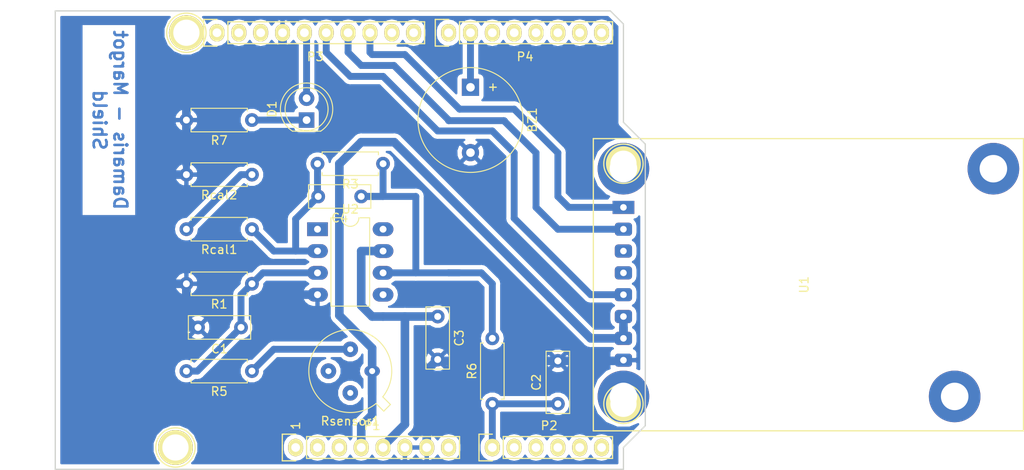
<source format=kicad_pcb>
(kicad_pcb (version 20171130) (host pcbnew "(5.0.0)")

  (general
    (thickness 1.6)
    (drawings 27)
    (tracks 132)
    (zones 0)
    (modules 24)
    (nets 44)
  )

  (page A4)
  (title_block
    (date "lun. 30 mars 2015")
  )

  (layers
    (0 F.Cu signal)
    (31 B.Cu signal)
    (32 B.Adhes user)
    (33 F.Adhes user)
    (34 B.Paste user)
    (35 F.Paste user)
    (36 B.SilkS user)
    (37 F.SilkS user)
    (38 B.Mask user)
    (39 F.Mask user)
    (40 Dwgs.User user)
    (41 Cmts.User user)
    (42 Eco1.User user)
    (43 Eco2.User user)
    (44 Edge.Cuts user)
    (45 Margin user)
    (46 B.CrtYd user)
    (47 F.CrtYd user)
    (48 B.Fab user)
    (49 F.Fab user)
  )

  (setup
    (last_trace_width 0.8)
    (trace_clearance 0.4)
    (zone_clearance 0.508)
    (zone_45_only no)
    (trace_min 0.2)
    (segment_width 0.15)
    (edge_width 0.15)
    (via_size 1.6)
    (via_drill 0.8)
    (via_min_size 0.4)
    (via_min_drill 0.3)
    (uvia_size 0.3)
    (uvia_drill 0.1)
    (uvias_allowed no)
    (uvia_min_size 0.2)
    (uvia_min_drill 0.1)
    (pcb_text_width 0.3)
    (pcb_text_size 1.5 1.5)
    (mod_edge_width 0.15)
    (mod_text_size 1 1)
    (mod_text_width 0.15)
    (pad_size 4.064 4.064)
    (pad_drill 3.048)
    (pad_to_mask_clearance 0)
    (aux_axis_origin 110.998 126.365)
    (grid_origin 110.998 126.365)
    (visible_elements 7FFFFFFF)
    (pcbplotparams
      (layerselection 0x00030_80000001)
      (usegerberextensions false)
      (usegerberattributes false)
      (usegerberadvancedattributes false)
      (creategerberjobfile false)
      (excludeedgelayer true)
      (linewidth 0.100000)
      (plotframeref false)
      (viasonmask false)
      (mode 1)
      (useauxorigin false)
      (hpglpennumber 1)
      (hpglpenspeed 20)
      (hpglpendiameter 15.000000)
      (psnegative false)
      (psa4output false)
      (plotreference true)
      (plotvalue true)
      (plotinvisibletext false)
      (padsonsilk false)
      (subtractmaskfromsilk false)
      (outputformat 1)
      (mirror false)
      (drillshape 1)
      (scaleselection 1)
      (outputdirectory ""))
  )

  (net 0 "")
  (net 1 /IOREF)
  (net 2 /Reset)
  (net 3 +5V)
  (net 4 GND)
  (net 5 /Vin)
  (net 6 /A0)
  (net 7 /A1)
  (net 8 /A2)
  (net 9 /A3)
  (net 10 /AREF)
  (net 11 "/A4(SDA)")
  (net 12 "/A5(SCL)")
  (net 13 "/9(**)")
  (net 14 /8)
  (net 15 /7)
  (net 16 "/6(**)")
  (net 17 "/5(**)")
  (net 18 /4)
  (net 19 "/3(**)")
  (net 20 /2)
  (net 21 "/1(Tx)")
  (net 22 "/0(Rx)")
  (net 23 "Net-(P5-Pad1)")
  (net 24 "Net-(P6-Pad1)")
  (net 25 "Net-(P7-Pad1)")
  (net 26 "Net-(P8-Pad1)")
  (net 27 "/13(SCK)")
  (net 28 "/10(**/SS)")
  (net 29 "Net-(P1-Pad1)")
  (net 30 +3V3)
  (net 31 "/12(MISO)")
  (net 32 "/11(**/MOSI)")
  (net 33 "Net-(C1-Pad1)")
  (net 34 "Net-(C4-Pad1)")
  (net 35 "Net-(C4-Pad2)")
  (net 36 "Net-(D1-Pad1)")
  (net 37 "Net-(R5-Pad1)")
  (net 38 "Net-(Rcal1-Pad2)")
  (net 39 "Net-(U1-Pad3)")
  (net 40 "Net-(U1-Pad4)")
  (net 41 "Net-(U2-Pad1)")
  (net 42 "Net-(U2-Pad5)")
  (net 43 "Net-(U2-Pad8)")

  (net_class Default "This is the default net class."
    (clearance 0.4)
    (trace_width 0.8)
    (via_dia 1.6)
    (via_drill 0.8)
    (uvia_dia 0.3)
    (uvia_drill 0.1)
    (add_net "/0(Rx)")
    (add_net "/1(Tx)")
    (add_net "/10(**/SS)")
    (add_net "/11(**/MOSI)")
    (add_net "/12(MISO)")
    (add_net "/13(SCK)")
    (add_net /2)
    (add_net "/3(**)")
    (add_net /4)
    (add_net "/5(**)")
    (add_net "/6(**)")
    (add_net /7)
    (add_net /8)
    (add_net "/9(**)")
    (add_net /A0)
    (add_net /A1)
    (add_net /A2)
    (add_net /A3)
    (add_net "/A4(SDA)")
    (add_net "/A5(SCL)")
    (add_net /AREF)
    (add_net /IOREF)
    (add_net /Reset)
    (add_net "Net-(C1-Pad1)")
    (add_net "Net-(C4-Pad1)")
    (add_net "Net-(C4-Pad2)")
    (add_net "Net-(D1-Pad1)")
    (add_net "Net-(P1-Pad1)")
    (add_net "Net-(P5-Pad1)")
    (add_net "Net-(P6-Pad1)")
    (add_net "Net-(P7-Pad1)")
    (add_net "Net-(P8-Pad1)")
    (add_net "Net-(R5-Pad1)")
    (add_net "Net-(Rcal1-Pad2)")
    (add_net "Net-(U1-Pad3)")
    (add_net "Net-(U1-Pad4)")
    (add_net "Net-(U2-Pad1)")
    (add_net "Net-(U2-Pad5)")
    (add_net "Net-(U2-Pad8)")
  )

  (net_class Power ""
    (clearance 0.4)
    (trace_width 1)
    (via_dia 1.6)
    (via_drill 0.8)
    (uvia_dia 0.3)
    (uvia_drill 0.1)
    (add_net +3V3)
    (add_net +5V)
    (add_net /Vin)
    (add_net GND)
  )

  (module MesEmpreintes:TO-5-4 (layer F.Cu) (tedit 5BE98B71) (tstamp 5BF63BEA)
    (at 147.828 114.935 180)
    (descr TO-5-4)
    (tags TO-5-4)
    (path /5BD9EA5A)
    (fp_text reference Rsensor1 (at 2.54 -5.82 180) (layer F.SilkS)
      (effects (font (size 1 1) (thickness 0.15)))
    )
    (fp_text value 10k (at 2.54 5.82 180) (layer F.Fab)
      (effects (font (size 1 1) (thickness 0.15)))
    )
    (fp_arc (start 2.54 0) (end -0.457084 -3.774902) (angle 346.9) (layer F.SilkS) (width 0.12))
    (fp_arc (start 2.54 0) (end -0.465408 -3.61352) (angle 349.5) (layer F.Fab) (width 0.1))
    (fp_circle (center 2.54 0) (end 6.79 0) (layer F.Fab) (width 0.1))
    (fp_line (start 7.49 -4.95) (end -2.41 -4.95) (layer F.CrtYd) (width 0.05))
    (fp_line (start 7.49 4.95) (end 7.49 -4.95) (layer F.CrtYd) (width 0.05))
    (fp_line (start -2.41 4.95) (end 7.49 4.95) (layer F.CrtYd) (width 0.05))
    (fp_line (start -2.41 -4.95) (end -2.41 4.95) (layer F.CrtYd) (width 0.05))
    (fp_line (start -2.125856 -3.888039) (end -1.234902 -2.997084) (layer F.SilkS) (width 0.12))
    (fp_line (start -1.348039 -4.665856) (end -2.125856 -3.888039) (layer F.SilkS) (width 0.12))
    (fp_line (start -0.457084 -3.774902) (end -1.348039 -4.665856) (layer F.SilkS) (width 0.12))
    (fp_line (start -1.879621 -3.81151) (end -1.07352 -3.005408) (layer F.Fab) (width 0.1))
    (fp_line (start -1.27151 -4.419621) (end -1.879621 -3.81151) (layer F.Fab) (width 0.1))
    (fp_line (start -0.465408 -3.61352) (end -1.27151 -4.419621) (layer F.Fab) (width 0.1))
    (fp_text user %R (at 2.54 -5.82 180) (layer F.Fab)
      (effects (font (size 1 1) (thickness 0.15)))
    )
    (pad 4 thru_hole circle (at 2.54 -2.54 180) (size 1.8 1.8) (drill 0.7) (layers *.Cu *.Mask))
    (pad 3 thru_hole circle (at 5.08 0 180) (size 1.8 1.8) (drill 0.7) (layers *.Cu *.Mask))
    (pad 2 thru_hole circle (at 2.54 2.54 180) (size 1.8 1.8) (drill 0.7) (layers *.Cu *.Mask)
      (net 37 "Net-(R5-Pad1)"))
    (pad 1 thru_hole oval (at 0 0 180) (size 1.8 1.2) (drill 0.7) (layers *.Cu *.Mask)
      (net 30 +3V3))
    (model ${KISYS3DMOD}/Package_TO_SOT_THT.3dshapes/TO-5-4.wrl
      (at (xyz 0 0 0))
      (scale (xyz 1 1 1))
      (rotate (xyz 0 0 0))
    )
  )

  (module Buzzer_Beeper:Buzzer_12x9.5RM7.6 (layer F.Cu) (tedit 5A030281) (tstamp 5BF63A97)
    (at 159.258 81.915 270)
    (descr "Generic Buzzer, D12mm height 9.5mm with RM7.6mm")
    (tags buzzer)
    (path /5BEA16F7)
    (fp_text reference BZ1 (at 3.8 -7.2 270) (layer F.SilkS)
      (effects (font (size 1 1) (thickness 0.15)))
    )
    (fp_text value Buzzer (at 3.8 7.4 270) (layer F.Fab)
      (effects (font (size 1 1) (thickness 0.15)))
    )
    (fp_text user + (at -0.01 -2.54 270) (layer F.Fab)
      (effects (font (size 1 1) (thickness 0.15)))
    )
    (fp_text user + (at -0.01 -2.54 270) (layer F.SilkS)
      (effects (font (size 1 1) (thickness 0.15)))
    )
    (fp_text user %R (at 3.8 -4 270) (layer F.Fab)
      (effects (font (size 1 1) (thickness 0.15)))
    )
    (fp_circle (center 3.8 0) (end 10.05 0) (layer F.CrtYd) (width 0.05))
    (fp_circle (center 3.8 0) (end 9.8 0) (layer F.Fab) (width 0.1))
    (fp_circle (center 3.8 0) (end 4.8 0) (layer F.Fab) (width 0.1))
    (fp_circle (center 3.8 0) (end 9.9 0) (layer F.SilkS) (width 0.12))
    (pad 1 thru_hole rect (at 0 0 270) (size 2 2) (drill 1) (layers *.Cu *.Mask)
      (net 16 "/6(**)"))
    (pad 2 thru_hole circle (at 7.6 0 270) (size 2 2) (drill 1) (layers *.Cu *.Mask)
      (net 4 GND))
    (model ${KISYS3DMOD}/Buzzer_Beeper.3dshapes/Buzzer_12x9.5RM7.6.wrl
      (at (xyz 0 0 0))
      (scale (xyz 1 1 1))
      (rotate (xyz 0 0 0))
    )
  )

  (module Capacitor_THT:C_Rect_L7.0mm_W2.5mm_P5.00mm (layer F.Cu) (tedit 5AE50EF0) (tstamp 5BF63AAA)
    (at 132.588 109.855 180)
    (descr "C, Rect series, Radial, pin pitch=5.00mm, , length*width=7*2.5mm^2, Capacitor")
    (tags "C Rect series Radial pin pitch 5.00mm  length 7mm width 2.5mm Capacitor")
    (path /5BD9F0E7)
    (fp_text reference C1 (at 2.5 -2.5 180) (layer F.SilkS)
      (effects (font (size 1 1) (thickness 0.15)))
    )
    (fp_text value 100n (at 2.5 2.5 180) (layer F.Fab)
      (effects (font (size 1 1) (thickness 0.15)))
    )
    (fp_text user %R (at 2.5 0 180) (layer F.Fab)
      (effects (font (size 1 1) (thickness 0.15)))
    )
    (fp_line (start 6.25 -1.5) (end -1.25 -1.5) (layer F.CrtYd) (width 0.05))
    (fp_line (start 6.25 1.5) (end 6.25 -1.5) (layer F.CrtYd) (width 0.05))
    (fp_line (start -1.25 1.5) (end 6.25 1.5) (layer F.CrtYd) (width 0.05))
    (fp_line (start -1.25 -1.5) (end -1.25 1.5) (layer F.CrtYd) (width 0.05))
    (fp_line (start 6.12 -1.37) (end 6.12 1.37) (layer F.SilkS) (width 0.12))
    (fp_line (start -1.12 -1.37) (end -1.12 1.37) (layer F.SilkS) (width 0.12))
    (fp_line (start -1.12 1.37) (end 6.12 1.37) (layer F.SilkS) (width 0.12))
    (fp_line (start -1.12 -1.37) (end 6.12 -1.37) (layer F.SilkS) (width 0.12))
    (fp_line (start 6 -1.25) (end -1 -1.25) (layer F.Fab) (width 0.1))
    (fp_line (start 6 1.25) (end 6 -1.25) (layer F.Fab) (width 0.1))
    (fp_line (start -1 1.25) (end 6 1.25) (layer F.Fab) (width 0.1))
    (fp_line (start -1 -1.25) (end -1 1.25) (layer F.Fab) (width 0.1))
    (pad 2 thru_hole circle (at 5 0 180) (size 1.6 1.6) (drill 0.8) (layers *.Cu *.Mask)
      (net 4 GND))
    (pad 1 thru_hole circle (at 0 0 180) (size 1.6 1.6) (drill 0.8) (layers *.Cu *.Mask)
      (net 33 "Net-(C1-Pad1)"))
    (model ${KISYS3DMOD}/Capacitor_THT.3dshapes/C_Rect_L7.0mm_W2.5mm_P5.00mm.wrl
      (at (xyz 0 0 0))
      (scale (xyz 1 1 1))
      (rotate (xyz 0 0 0))
    )
  )

  (module Socket_Arduino_Uno:Socket_Strip_Arduino_1x08 locked (layer F.Cu) (tedit 552168D2) (tstamp 551AF9EA)
    (at 138.938 123.825)
    (descr "Through hole socket strip")
    (tags "socket strip")
    (path /56D70129)
    (fp_text reference P1 (at 8.89 -2.54) (layer F.SilkS)
      (effects (font (size 1 1) (thickness 0.15)))
    )
    (fp_text value Power (at 8.89 -4.064) (layer F.Fab)
      (effects (font (size 1 1) (thickness 0.15)))
    )
    (fp_line (start -1.75 -1.75) (end -1.75 1.75) (layer F.CrtYd) (width 0.05))
    (fp_line (start 19.55 -1.75) (end 19.55 1.75) (layer F.CrtYd) (width 0.05))
    (fp_line (start -1.75 -1.75) (end 19.55 -1.75) (layer F.CrtYd) (width 0.05))
    (fp_line (start -1.75 1.75) (end 19.55 1.75) (layer F.CrtYd) (width 0.05))
    (fp_line (start 1.27 1.27) (end 19.05 1.27) (layer F.SilkS) (width 0.15))
    (fp_line (start 19.05 1.27) (end 19.05 -1.27) (layer F.SilkS) (width 0.15))
    (fp_line (start 19.05 -1.27) (end 1.27 -1.27) (layer F.SilkS) (width 0.15))
    (fp_line (start -1.55 1.55) (end 0 1.55) (layer F.SilkS) (width 0.15))
    (fp_line (start 1.27 1.27) (end 1.27 -1.27) (layer F.SilkS) (width 0.15))
    (fp_line (start 0 -1.55) (end -1.55 -1.55) (layer F.SilkS) (width 0.15))
    (fp_line (start -1.55 -1.55) (end -1.55 1.55) (layer F.SilkS) (width 0.15))
    (pad 1 thru_hole oval (at 0 0) (size 1.7272 2.032) (drill 1.016) (layers *.Cu *.Mask F.SilkS)
      (net 29 "Net-(P1-Pad1)"))
    (pad 2 thru_hole oval (at 2.54 0) (size 1.7272 2.032) (drill 1.016) (layers *.Cu *.Mask F.SilkS)
      (net 1 /IOREF))
    (pad 3 thru_hole oval (at 5.08 0) (size 1.7272 2.032) (drill 1.016) (layers *.Cu *.Mask F.SilkS)
      (net 2 /Reset))
    (pad 4 thru_hole oval (at 7.62 0) (size 1.7272 2.032) (drill 1.016) (layers *.Cu *.Mask F.SilkS)
      (net 30 +3V3))
    (pad 5 thru_hole oval (at 10.16 0) (size 1.7272 2.032) (drill 1.016) (layers *.Cu *.Mask F.SilkS)
      (net 3 +5V))
    (pad 6 thru_hole oval (at 12.7 0) (size 1.7272 2.032) (drill 1.016) (layers *.Cu *.Mask F.SilkS)
      (net 4 GND))
    (pad 7 thru_hole oval (at 15.24 0) (size 1.7272 2.032) (drill 1.016) (layers *.Cu *.Mask F.SilkS)
      (net 4 GND))
    (pad 8 thru_hole oval (at 17.78 0) (size 1.7272 2.032) (drill 1.016) (layers *.Cu *.Mask F.SilkS)
      (net 5 /Vin))
    (model ${KIPRJMOD}/Socket_Arduino_Uno.3dshapes/Socket_header_Arduino_1x08.wrl
      (offset (xyz 8.889999866485596 0 0))
      (scale (xyz 1 1 1))
      (rotate (xyz 0 0 180))
    )
  )

  (module Socket_Arduino_Uno:Socket_Strip_Arduino_1x06 locked (layer F.Cu) (tedit 552168D6) (tstamp 551AF9FF)
    (at 161.798 123.825)
    (descr "Through hole socket strip")
    (tags "socket strip")
    (path /56D70DD8)
    (fp_text reference P2 (at 6.604 -2.54) (layer F.SilkS)
      (effects (font (size 1 1) (thickness 0.15)))
    )
    (fp_text value Analog (at 6.604 -4.064) (layer F.Fab)
      (effects (font (size 1 1) (thickness 0.15)))
    )
    (fp_line (start -1.75 -1.75) (end -1.75 1.75) (layer F.CrtYd) (width 0.05))
    (fp_line (start 14.45 -1.75) (end 14.45 1.75) (layer F.CrtYd) (width 0.05))
    (fp_line (start -1.75 -1.75) (end 14.45 -1.75) (layer F.CrtYd) (width 0.05))
    (fp_line (start -1.75 1.75) (end 14.45 1.75) (layer F.CrtYd) (width 0.05))
    (fp_line (start 1.27 1.27) (end 13.97 1.27) (layer F.SilkS) (width 0.15))
    (fp_line (start 13.97 1.27) (end 13.97 -1.27) (layer F.SilkS) (width 0.15))
    (fp_line (start 13.97 -1.27) (end 1.27 -1.27) (layer F.SilkS) (width 0.15))
    (fp_line (start -1.55 1.55) (end 0 1.55) (layer F.SilkS) (width 0.15))
    (fp_line (start 1.27 1.27) (end 1.27 -1.27) (layer F.SilkS) (width 0.15))
    (fp_line (start 0 -1.55) (end -1.55 -1.55) (layer F.SilkS) (width 0.15))
    (fp_line (start -1.55 -1.55) (end -1.55 1.55) (layer F.SilkS) (width 0.15))
    (pad 1 thru_hole oval (at 0 0) (size 1.7272 2.032) (drill 1.016) (layers *.Cu *.Mask F.SilkS)
      (net 6 /A0))
    (pad 2 thru_hole oval (at 2.54 0) (size 1.7272 2.032) (drill 1.016) (layers *.Cu *.Mask F.SilkS)
      (net 7 /A1))
    (pad 3 thru_hole oval (at 5.08 0) (size 1.7272 2.032) (drill 1.016) (layers *.Cu *.Mask F.SilkS)
      (net 8 /A2))
    (pad 4 thru_hole oval (at 7.62 0) (size 1.7272 2.032) (drill 1.016) (layers *.Cu *.Mask F.SilkS)
      (net 9 /A3))
    (pad 5 thru_hole oval (at 10.16 0) (size 1.7272 2.032) (drill 1.016) (layers *.Cu *.Mask F.SilkS)
      (net 11 "/A4(SDA)"))
    (pad 6 thru_hole oval (at 12.7 0) (size 1.7272 2.032) (drill 1.016) (layers *.Cu *.Mask F.SilkS)
      (net 12 "/A5(SCL)"))
    (model ${KIPRJMOD}/Socket_Arduino_Uno.3dshapes/Socket_header_Arduino_1x06.wrl
      (offset (xyz 6.349999904632568 0 0))
      (scale (xyz 1 1 1))
      (rotate (xyz 0 0 180))
    )
  )

  (module Socket_Arduino_Uno:Socket_Strip_Arduino_1x10 locked (layer F.Cu) (tedit 552168BF) (tstamp 551AFA18)
    (at 129.794 75.565)
    (descr "Through hole socket strip")
    (tags "socket strip")
    (path /56D721E0)
    (fp_text reference P3 (at 11.43 2.794) (layer F.SilkS)
      (effects (font (size 1 1) (thickness 0.15)))
    )
    (fp_text value Digital (at 11.43 4.318) (layer F.Fab)
      (effects (font (size 1 1) (thickness 0.15)))
    )
    (fp_line (start -1.75 -1.75) (end -1.75 1.75) (layer F.CrtYd) (width 0.05))
    (fp_line (start 24.65 -1.75) (end 24.65 1.75) (layer F.CrtYd) (width 0.05))
    (fp_line (start -1.75 -1.75) (end 24.65 -1.75) (layer F.CrtYd) (width 0.05))
    (fp_line (start -1.75 1.75) (end 24.65 1.75) (layer F.CrtYd) (width 0.05))
    (fp_line (start 1.27 1.27) (end 24.13 1.27) (layer F.SilkS) (width 0.15))
    (fp_line (start 24.13 1.27) (end 24.13 -1.27) (layer F.SilkS) (width 0.15))
    (fp_line (start 24.13 -1.27) (end 1.27 -1.27) (layer F.SilkS) (width 0.15))
    (fp_line (start -1.55 1.55) (end 0 1.55) (layer F.SilkS) (width 0.15))
    (fp_line (start 1.27 1.27) (end 1.27 -1.27) (layer F.SilkS) (width 0.15))
    (fp_line (start 0 -1.55) (end -1.55 -1.55) (layer F.SilkS) (width 0.15))
    (fp_line (start -1.55 -1.55) (end -1.55 1.55) (layer F.SilkS) (width 0.15))
    (pad 1 thru_hole oval (at 0 0) (size 1.7272 2.032) (drill 1.016) (layers *.Cu *.Mask F.SilkS)
      (net 12 "/A5(SCL)"))
    (pad 2 thru_hole oval (at 2.54 0) (size 1.7272 2.032) (drill 1.016) (layers *.Cu *.Mask F.SilkS)
      (net 11 "/A4(SDA)"))
    (pad 3 thru_hole oval (at 5.08 0) (size 1.7272 2.032) (drill 1.016) (layers *.Cu *.Mask F.SilkS)
      (net 10 /AREF))
    (pad 4 thru_hole oval (at 7.62 0) (size 1.7272 2.032) (drill 1.016) (layers *.Cu *.Mask F.SilkS)
      (net 4 GND))
    (pad 5 thru_hole oval (at 10.16 0) (size 1.7272 2.032) (drill 1.016) (layers *.Cu *.Mask F.SilkS)
      (net 27 "/13(SCK)"))
    (pad 6 thru_hole oval (at 12.7 0) (size 1.7272 2.032) (drill 1.016) (layers *.Cu *.Mask F.SilkS)
      (net 31 "/12(MISO)"))
    (pad 7 thru_hole oval (at 15.24 0) (size 1.7272 2.032) (drill 1.016) (layers *.Cu *.Mask F.SilkS)
      (net 32 "/11(**/MOSI)"))
    (pad 8 thru_hole oval (at 17.78 0) (size 1.7272 2.032) (drill 1.016) (layers *.Cu *.Mask F.SilkS)
      (net 28 "/10(**/SS)"))
    (pad 9 thru_hole oval (at 20.32 0) (size 1.7272 2.032) (drill 1.016) (layers *.Cu *.Mask F.SilkS)
      (net 13 "/9(**)"))
    (pad 10 thru_hole oval (at 22.86 0) (size 1.7272 2.032) (drill 1.016) (layers *.Cu *.Mask F.SilkS)
      (net 14 /8))
    (model ${KIPRJMOD}/Socket_Arduino_Uno.3dshapes/Socket_header_Arduino_1x10.wrl
      (offset (xyz 11.42999982833862 0 0))
      (scale (xyz 1 1 1))
      (rotate (xyz 0 0 180))
    )
  )

  (module Socket_Arduino_Uno:Socket_Strip_Arduino_1x08 locked (layer F.Cu) (tedit 552168C7) (tstamp 551AFA2F)
    (at 156.718 75.565)
    (descr "Through hole socket strip")
    (tags "socket strip")
    (path /56D7164F)
    (fp_text reference P4 (at 8.89 2.794) (layer F.SilkS)
      (effects (font (size 1 1) (thickness 0.15)))
    )
    (fp_text value Digital (at 8.89 4.318) (layer F.Fab)
      (effects (font (size 1 1) (thickness 0.15)))
    )
    (fp_line (start -1.75 -1.75) (end -1.75 1.75) (layer F.CrtYd) (width 0.05))
    (fp_line (start 19.55 -1.75) (end 19.55 1.75) (layer F.CrtYd) (width 0.05))
    (fp_line (start -1.75 -1.75) (end 19.55 -1.75) (layer F.CrtYd) (width 0.05))
    (fp_line (start -1.75 1.75) (end 19.55 1.75) (layer F.CrtYd) (width 0.05))
    (fp_line (start 1.27 1.27) (end 19.05 1.27) (layer F.SilkS) (width 0.15))
    (fp_line (start 19.05 1.27) (end 19.05 -1.27) (layer F.SilkS) (width 0.15))
    (fp_line (start 19.05 -1.27) (end 1.27 -1.27) (layer F.SilkS) (width 0.15))
    (fp_line (start -1.55 1.55) (end 0 1.55) (layer F.SilkS) (width 0.15))
    (fp_line (start 1.27 1.27) (end 1.27 -1.27) (layer F.SilkS) (width 0.15))
    (fp_line (start 0 -1.55) (end -1.55 -1.55) (layer F.SilkS) (width 0.15))
    (fp_line (start -1.55 -1.55) (end -1.55 1.55) (layer F.SilkS) (width 0.15))
    (pad 1 thru_hole oval (at 0 0) (size 1.7272 2.032) (drill 1.016) (layers *.Cu *.Mask F.SilkS)
      (net 15 /7))
    (pad 2 thru_hole oval (at 2.54 0) (size 1.7272 2.032) (drill 1.016) (layers *.Cu *.Mask F.SilkS)
      (net 16 "/6(**)"))
    (pad 3 thru_hole oval (at 5.08 0) (size 1.7272 2.032) (drill 1.016) (layers *.Cu *.Mask F.SilkS)
      (net 17 "/5(**)"))
    (pad 4 thru_hole oval (at 7.62 0) (size 1.7272 2.032) (drill 1.016) (layers *.Cu *.Mask F.SilkS)
      (net 18 /4))
    (pad 5 thru_hole oval (at 10.16 0) (size 1.7272 2.032) (drill 1.016) (layers *.Cu *.Mask F.SilkS)
      (net 19 "/3(**)"))
    (pad 6 thru_hole oval (at 12.7 0) (size 1.7272 2.032) (drill 1.016) (layers *.Cu *.Mask F.SilkS)
      (net 20 /2))
    (pad 7 thru_hole oval (at 15.24 0) (size 1.7272 2.032) (drill 1.016) (layers *.Cu *.Mask F.SilkS)
      (net 21 "/1(Tx)"))
    (pad 8 thru_hole oval (at 17.78 0) (size 1.7272 2.032) (drill 1.016) (layers *.Cu *.Mask F.SilkS)
      (net 22 "/0(Rx)"))
    (model ${KIPRJMOD}/Socket_Arduino_Uno.3dshapes/Socket_header_Arduino_1x08.wrl
      (offset (xyz 8.889999866485596 0 0))
      (scale (xyz 1 1 1))
      (rotate (xyz 0 0 180))
    )
  )

  (module Socket_Arduino_Uno:Arduino_1pin locked (layer F.Cu) (tedit 5524FC39) (tstamp 5524FC3F)
    (at 124.968 123.825)
    (descr "module 1 pin (ou trou mecanique de percage)")
    (tags DEV)
    (path /56D71177)
    (fp_text reference P5 (at 0 -3.048) (layer F.SilkS) hide
      (effects (font (size 1 1) (thickness 0.15)))
    )
    (fp_text value CONN_01X01 (at 0 2.794) (layer F.Fab) hide
      (effects (font (size 1 1) (thickness 0.15)))
    )
    (fp_circle (center 0 0) (end 0 -2.286) (layer F.SilkS) (width 0.15))
    (pad 1 thru_hole circle (at 0 0) (size 4.064 4.064) (drill 3.048) (layers *.Cu *.Mask F.SilkS)
      (net 23 "Net-(P5-Pad1)"))
  )

  (module Socket_Arduino_Uno:Arduino_1pin locked (layer F.Cu) (tedit 5524FC4A) (tstamp 5524FC44)
    (at 177.038 118.745)
    (descr "module 1 pin (ou trou mecanique de percage)")
    (tags DEV)
    (path /56D71274)
    (fp_text reference P6 (at 0 -3.048) (layer F.SilkS) hide
      (effects (font (size 1 1) (thickness 0.15)))
    )
    (fp_text value CONN_01X01 (at 0 2.794) (layer F.Fab) hide
      (effects (font (size 1 1) (thickness 0.15)))
    )
    (fp_circle (center 0 0) (end 0 -2.286) (layer F.SilkS) (width 0.15))
    (pad 1 thru_hole circle (at 0 0) (size 4.064 4.064) (drill 3.048) (layers *.Cu *.Mask F.SilkS)
      (net 24 "Net-(P6-Pad1)"))
  )

  (module Socket_Arduino_Uno:Arduino_1pin locked (layer F.Cu) (tedit 5524FC2F) (tstamp 5524FC49)
    (at 126.238 75.565)
    (descr "module 1 pin (ou trou mecanique de percage)")
    (tags DEV)
    (path /56D712A8)
    (fp_text reference P7 (at 0 -3.048) (layer F.SilkS) hide
      (effects (font (size 1 1) (thickness 0.15)))
    )
    (fp_text value CONN_01X01 (at 0 2.794) (layer F.Fab) hide
      (effects (font (size 1 1) (thickness 0.15)))
    )
    (fp_circle (center 0 0) (end 0 -2.286) (layer F.SilkS) (width 0.15))
    (pad 1 thru_hole circle (at 0 0) (size 4.064 4.064) (drill 3.048) (layers *.Cu *.Mask F.SilkS)
      (net 25 "Net-(P7-Pad1)"))
  )

  (module Socket_Arduino_Uno:Arduino_1pin locked (layer F.Cu) (tedit 5524FC41) (tstamp 5524FC4E)
    (at 177.038 90.805)
    (descr "module 1 pin (ou trou mecanique de percage)")
    (tags DEV)
    (path /56D712DB)
    (fp_text reference P8 (at 0 -3.048) (layer F.SilkS) hide
      (effects (font (size 1 1) (thickness 0.15)))
    )
    (fp_text value CONN_01X01 (at 0 2.794) (layer F.Fab) hide
      (effects (font (size 1 1) (thickness 0.15)))
    )
    (fp_circle (center 0 0) (end 0 -2.286) (layer F.SilkS) (width 0.15))
    (pad 1 thru_hole circle (at 0 0) (size 4.064 4.064) (drill 3.048) (layers *.Cu *.Mask F.SilkS)
      (net 26 "Net-(P8-Pad1)"))
  )

  (module Capacitor_THT:C_Rect_L7.0mm_W2.5mm_P5.00mm (layer F.Cu) (tedit 5AE50EF0) (tstamp 5BF63ABD)
    (at 169.418 118.745 90)
    (descr "C, Rect series, Radial, pin pitch=5.00mm, , length*width=7*2.5mm^2, Capacitor")
    (tags "C Rect series Radial pin pitch 5.00mm  length 7mm width 2.5mm Capacitor")
    (path /5BD9EF39)
    (fp_text reference C2 (at 2.5 -2.5 90) (layer F.SilkS)
      (effects (font (size 1 1) (thickness 0.15)))
    )
    (fp_text value 100n (at 2.5 2.5 90) (layer F.Fab)
      (effects (font (size 1 1) (thickness 0.15)))
    )
    (fp_text user %R (at 2.5 0 90) (layer F.Fab)
      (effects (font (size 1 1) (thickness 0.15)))
    )
    (fp_line (start 6.25 -1.5) (end -1.25 -1.5) (layer F.CrtYd) (width 0.05))
    (fp_line (start 6.25 1.5) (end 6.25 -1.5) (layer F.CrtYd) (width 0.05))
    (fp_line (start -1.25 1.5) (end 6.25 1.5) (layer F.CrtYd) (width 0.05))
    (fp_line (start -1.25 -1.5) (end -1.25 1.5) (layer F.CrtYd) (width 0.05))
    (fp_line (start 6.12 -1.37) (end 6.12 1.37) (layer F.SilkS) (width 0.12))
    (fp_line (start -1.12 -1.37) (end -1.12 1.37) (layer F.SilkS) (width 0.12))
    (fp_line (start -1.12 1.37) (end 6.12 1.37) (layer F.SilkS) (width 0.12))
    (fp_line (start -1.12 -1.37) (end 6.12 -1.37) (layer F.SilkS) (width 0.12))
    (fp_line (start 6 -1.25) (end -1 -1.25) (layer F.Fab) (width 0.1))
    (fp_line (start 6 1.25) (end 6 -1.25) (layer F.Fab) (width 0.1))
    (fp_line (start -1 1.25) (end 6 1.25) (layer F.Fab) (width 0.1))
    (fp_line (start -1 -1.25) (end -1 1.25) (layer F.Fab) (width 0.1))
    (pad 2 thru_hole circle (at 5 0 90) (size 1.6 1.6) (drill 0.8) (layers *.Cu *.Mask)
      (net 4 GND))
    (pad 1 thru_hole circle (at 0 0 90) (size 1.6 1.6) (drill 0.8) (layers *.Cu *.Mask)
      (net 6 /A0))
    (model ${KISYS3DMOD}/Capacitor_THT.3dshapes/C_Rect_L7.0mm_W2.5mm_P5.00mm.wrl
      (at (xyz 0 0 0))
      (scale (xyz 1 1 1))
      (rotate (xyz 0 0 0))
    )
  )

  (module Capacitor_THT:C_Rect_L7.0mm_W2.5mm_P5.00mm (layer F.Cu) (tedit 5AE50EF0) (tstamp 5BF63AD0)
    (at 155.448 108.585 270)
    (descr "C, Rect series, Radial, pin pitch=5.00mm, , length*width=7*2.5mm^2, Capacitor")
    (tags "C Rect series Radial pin pitch 5.00mm  length 7mm width 2.5mm Capacitor")
    (path /5BD9EE79)
    (fp_text reference C3 (at 2.5 -2.5 270) (layer F.SilkS)
      (effects (font (size 1 1) (thickness 0.15)))
    )
    (fp_text value 100n (at 2.5 2.5 270) (layer F.Fab)
      (effects (font (size 1 1) (thickness 0.15)))
    )
    (fp_line (start -1 -1.25) (end -1 1.25) (layer F.Fab) (width 0.1))
    (fp_line (start -1 1.25) (end 6 1.25) (layer F.Fab) (width 0.1))
    (fp_line (start 6 1.25) (end 6 -1.25) (layer F.Fab) (width 0.1))
    (fp_line (start 6 -1.25) (end -1 -1.25) (layer F.Fab) (width 0.1))
    (fp_line (start -1.12 -1.37) (end 6.12 -1.37) (layer F.SilkS) (width 0.12))
    (fp_line (start -1.12 1.37) (end 6.12 1.37) (layer F.SilkS) (width 0.12))
    (fp_line (start -1.12 -1.37) (end -1.12 1.37) (layer F.SilkS) (width 0.12))
    (fp_line (start 6.12 -1.37) (end 6.12 1.37) (layer F.SilkS) (width 0.12))
    (fp_line (start -1.25 -1.5) (end -1.25 1.5) (layer F.CrtYd) (width 0.05))
    (fp_line (start -1.25 1.5) (end 6.25 1.5) (layer F.CrtYd) (width 0.05))
    (fp_line (start 6.25 1.5) (end 6.25 -1.5) (layer F.CrtYd) (width 0.05))
    (fp_line (start 6.25 -1.5) (end -1.25 -1.5) (layer F.CrtYd) (width 0.05))
    (fp_text user %R (at 2.5 0 270) (layer F.Fab)
      (effects (font (size 1 1) (thickness 0.15)))
    )
    (pad 1 thru_hole circle (at 0 0 270) (size 1.6 1.6) (drill 0.8) (layers *.Cu *.Mask)
      (net 3 +5V))
    (pad 2 thru_hole circle (at 5 0 270) (size 1.6 1.6) (drill 0.8) (layers *.Cu *.Mask)
      (net 4 GND))
    (model ${KISYS3DMOD}/Capacitor_THT.3dshapes/C_Rect_L7.0mm_W2.5mm_P5.00mm.wrl
      (at (xyz 0 0 0))
      (scale (xyz 1 1 1))
      (rotate (xyz 0 0 0))
    )
  )

  (module Capacitor_THT:C_Rect_L7.0mm_W2.5mm_P5.00mm (layer F.Cu) (tedit 5AE50EF0) (tstamp 5BF63AE3)
    (at 146.558 94.615 180)
    (descr "C, Rect series, Radial, pin pitch=5.00mm, , length*width=7*2.5mm^2, Capacitor")
    (tags "C Rect series Radial pin pitch 5.00mm  length 7mm width 2.5mm Capacitor")
    (path /5BD9F03B)
    (fp_text reference C4 (at 2.5 -2.5 180) (layer F.SilkS)
      (effects (font (size 1 1) (thickness 0.15)))
    )
    (fp_text value 1u (at 2.5 2.5 180) (layer F.Fab)
      (effects (font (size 1 1) (thickness 0.15)))
    )
    (fp_line (start -1 -1.25) (end -1 1.25) (layer F.Fab) (width 0.1))
    (fp_line (start -1 1.25) (end 6 1.25) (layer F.Fab) (width 0.1))
    (fp_line (start 6 1.25) (end 6 -1.25) (layer F.Fab) (width 0.1))
    (fp_line (start 6 -1.25) (end -1 -1.25) (layer F.Fab) (width 0.1))
    (fp_line (start -1.12 -1.37) (end 6.12 -1.37) (layer F.SilkS) (width 0.12))
    (fp_line (start -1.12 1.37) (end 6.12 1.37) (layer F.SilkS) (width 0.12))
    (fp_line (start -1.12 -1.37) (end -1.12 1.37) (layer F.SilkS) (width 0.12))
    (fp_line (start 6.12 -1.37) (end 6.12 1.37) (layer F.SilkS) (width 0.12))
    (fp_line (start -1.25 -1.5) (end -1.25 1.5) (layer F.CrtYd) (width 0.05))
    (fp_line (start -1.25 1.5) (end 6.25 1.5) (layer F.CrtYd) (width 0.05))
    (fp_line (start 6.25 1.5) (end 6.25 -1.5) (layer F.CrtYd) (width 0.05))
    (fp_line (start 6.25 -1.5) (end -1.25 -1.5) (layer F.CrtYd) (width 0.05))
    (fp_text user %R (at 2.5 0 180) (layer F.Fab)
      (effects (font (size 1 1) (thickness 0.15)))
    )
    (pad 1 thru_hole circle (at 0 0 180) (size 1.6 1.6) (drill 0.8) (layers *.Cu *.Mask)
      (net 34 "Net-(C4-Pad1)"))
    (pad 2 thru_hole circle (at 5 0 180) (size 1.6 1.6) (drill 0.8) (layers *.Cu *.Mask)
      (net 35 "Net-(C4-Pad2)"))
    (model ${KISYS3DMOD}/Capacitor_THT.3dshapes/C_Rect_L7.0mm_W2.5mm_P5.00mm.wrl
      (at (xyz 0 0 0))
      (scale (xyz 1 1 1))
      (rotate (xyz 0 0 0))
    )
  )

  (module LED_THT:LED_D5.0mm_FlatTop (layer F.Cu) (tedit 5880A862) (tstamp 5BF63AF4)
    (at 140.208 85.725 90)
    (descr "LED, Round, FlatTop, diameter 5.0mm, 2 pins, http://www.kingbright.com/attachments/file/psearch/000/00/00/L-483GDT(Ver.15B).pdf")
    (tags "LED Round FlatTop diameter 5.0mm 2 pins")
    (path /5BEA1788)
    (fp_text reference D1 (at 1.27 -4.01 90) (layer F.SilkS)
      (effects (font (size 1 1) (thickness 0.15)))
    )
    (fp_text value LED (at 1.27 4.01 90) (layer F.Fab)
      (effects (font (size 1 1) (thickness 0.15)))
    )
    (fp_arc (start 1.27 0) (end -1.23 -1.566046) (angle 295.9) (layer F.Fab) (width 0.1))
    (fp_arc (start 1.27 0) (end -1.29 -1.639512) (angle 147.4) (layer F.SilkS) (width 0.12))
    (fp_arc (start 1.27 0) (end -1.29 1.639512) (angle -147.4) (layer F.SilkS) (width 0.12))
    (fp_circle (center 1.27 0) (end 3.77 0) (layer F.Fab) (width 0.1))
    (fp_circle (center 1.27 0) (end 3.77 0) (layer F.SilkS) (width 0.12))
    (fp_line (start -1.23 -1.566046) (end -1.23 1.566046) (layer F.Fab) (width 0.1))
    (fp_line (start -1.29 -1.64) (end -1.29 1.64) (layer F.SilkS) (width 0.12))
    (fp_line (start -2 -3.3) (end -2 3.3) (layer F.CrtYd) (width 0.05))
    (fp_line (start -2 3.3) (end 4.55 3.3) (layer F.CrtYd) (width 0.05))
    (fp_line (start 4.55 3.3) (end 4.55 -3.3) (layer F.CrtYd) (width 0.05))
    (fp_line (start 4.55 -3.3) (end -2 -3.3) (layer F.CrtYd) (width 0.05))
    (pad 1 thru_hole rect (at 0 0 90) (size 1.8 1.8) (drill 0.9) (layers *.Cu *.Mask)
      (net 36 "Net-(D1-Pad1)"))
    (pad 2 thru_hole circle (at 2.54 0 90) (size 1.8 1.8) (drill 0.9) (layers *.Cu *.Mask)
      (net 27 "/13(SCK)"))
    (model ${KISYS3DMOD}/LED_THT.3dshapes/LED_D5.0mm_FlatTop.wrl
      (at (xyz 0 0 0))
      (scale (xyz 1 1 1))
      (rotate (xyz 0 0 0))
    )
  )

  (module Resistor_THT:R_Axial_DIN0207_L6.3mm_D2.5mm_P7.62mm_Horizontal (layer F.Cu) (tedit 5AE5139B) (tstamp 5BF63B33)
    (at 149.098 90.805 180)
    (descr "Resistor, Axial_DIN0207 series, Axial, Horizontal, pin pitch=7.62mm, 0.25W = 1/4W, length*diameter=6.3*2.5mm^2, http://cdn-reichelt.de/documents/datenblatt/B400/1_4W%23YAG.pdf")
    (tags "Resistor Axial_DIN0207 series Axial Horizontal pin pitch 7.62mm 0.25W = 1/4W length 6.3mm diameter 2.5mm")
    (path /5BD9ED1A)
    (fp_text reference R3 (at 3.81 -2.37 180) (layer F.SilkS)
      (effects (font (size 1 1) (thickness 0.15)))
    )
    (fp_text value 100k (at 3.81 2.37 180) (layer F.Fab)
      (effects (font (size 1 1) (thickness 0.15)))
    )
    (fp_line (start 0.66 -1.25) (end 0.66 1.25) (layer F.Fab) (width 0.1))
    (fp_line (start 0.66 1.25) (end 6.96 1.25) (layer F.Fab) (width 0.1))
    (fp_line (start 6.96 1.25) (end 6.96 -1.25) (layer F.Fab) (width 0.1))
    (fp_line (start 6.96 -1.25) (end 0.66 -1.25) (layer F.Fab) (width 0.1))
    (fp_line (start 0 0) (end 0.66 0) (layer F.Fab) (width 0.1))
    (fp_line (start 7.62 0) (end 6.96 0) (layer F.Fab) (width 0.1))
    (fp_line (start 0.54 -1.04) (end 0.54 -1.37) (layer F.SilkS) (width 0.12))
    (fp_line (start 0.54 -1.37) (end 7.08 -1.37) (layer F.SilkS) (width 0.12))
    (fp_line (start 7.08 -1.37) (end 7.08 -1.04) (layer F.SilkS) (width 0.12))
    (fp_line (start 0.54 1.04) (end 0.54 1.37) (layer F.SilkS) (width 0.12))
    (fp_line (start 0.54 1.37) (end 7.08 1.37) (layer F.SilkS) (width 0.12))
    (fp_line (start 7.08 1.37) (end 7.08 1.04) (layer F.SilkS) (width 0.12))
    (fp_line (start -1.05 -1.5) (end -1.05 1.5) (layer F.CrtYd) (width 0.05))
    (fp_line (start -1.05 1.5) (end 8.67 1.5) (layer F.CrtYd) (width 0.05))
    (fp_line (start 8.67 1.5) (end 8.67 -1.5) (layer F.CrtYd) (width 0.05))
    (fp_line (start 8.67 -1.5) (end -1.05 -1.5) (layer F.CrtYd) (width 0.05))
    (fp_text user %R (at 3.81 0 180) (layer F.Fab)
      (effects (font (size 1 1) (thickness 0.15)))
    )
    (pad 1 thru_hole circle (at 0 0 180) (size 1.6 1.6) (drill 0.8) (layers *.Cu *.Mask)
      (net 34 "Net-(C4-Pad1)"))
    (pad 2 thru_hole oval (at 7.62 0 180) (size 1.6 1.6) (drill 0.8) (layers *.Cu *.Mask)
      (net 35 "Net-(C4-Pad2)"))
    (model ${KISYS3DMOD}/Resistor_THT.3dshapes/R_Axial_DIN0207_L6.3mm_D2.5mm_P7.62mm_Horizontal.wrl
      (at (xyz 0 0 0))
      (scale (xyz 1 1 1))
      (rotate (xyz 0 0 0))
    )
  )

  (module Resistor_THT:R_Axial_DIN0207_L6.3mm_D2.5mm_P7.62mm_Horizontal (layer F.Cu) (tedit 5AE5139B) (tstamp 5BF63B4A)
    (at 133.858 114.935 180)
    (descr "Resistor, Axial_DIN0207 series, Axial, Horizontal, pin pitch=7.62mm, 0.25W = 1/4W, length*diameter=6.3*2.5mm^2, http://cdn-reichelt.de/documents/datenblatt/B400/1_4W%23YAG.pdf")
    (tags "Resistor Axial_DIN0207 series Axial Horizontal pin pitch 7.62mm 0.25W = 1/4W length 6.3mm diameter 2.5mm")
    (path /5BD9EAE8)
    (fp_text reference R5 (at 3.81 -2.37 180) (layer F.SilkS)
      (effects (font (size 1 1) (thickness 0.15)))
    )
    (fp_text value 10k (at 3.81 2.37 180) (layer F.Fab)
      (effects (font (size 1 1) (thickness 0.15)))
    )
    (fp_text user %R (at 3.81 0 180) (layer F.Fab)
      (effects (font (size 1 1) (thickness 0.15)))
    )
    (fp_line (start 8.67 -1.5) (end -1.05 -1.5) (layer F.CrtYd) (width 0.05))
    (fp_line (start 8.67 1.5) (end 8.67 -1.5) (layer F.CrtYd) (width 0.05))
    (fp_line (start -1.05 1.5) (end 8.67 1.5) (layer F.CrtYd) (width 0.05))
    (fp_line (start -1.05 -1.5) (end -1.05 1.5) (layer F.CrtYd) (width 0.05))
    (fp_line (start 7.08 1.37) (end 7.08 1.04) (layer F.SilkS) (width 0.12))
    (fp_line (start 0.54 1.37) (end 7.08 1.37) (layer F.SilkS) (width 0.12))
    (fp_line (start 0.54 1.04) (end 0.54 1.37) (layer F.SilkS) (width 0.12))
    (fp_line (start 7.08 -1.37) (end 7.08 -1.04) (layer F.SilkS) (width 0.12))
    (fp_line (start 0.54 -1.37) (end 7.08 -1.37) (layer F.SilkS) (width 0.12))
    (fp_line (start 0.54 -1.04) (end 0.54 -1.37) (layer F.SilkS) (width 0.12))
    (fp_line (start 7.62 0) (end 6.96 0) (layer F.Fab) (width 0.1))
    (fp_line (start 0 0) (end 0.66 0) (layer F.Fab) (width 0.1))
    (fp_line (start 6.96 -1.25) (end 0.66 -1.25) (layer F.Fab) (width 0.1))
    (fp_line (start 6.96 1.25) (end 6.96 -1.25) (layer F.Fab) (width 0.1))
    (fp_line (start 0.66 1.25) (end 6.96 1.25) (layer F.Fab) (width 0.1))
    (fp_line (start 0.66 -1.25) (end 0.66 1.25) (layer F.Fab) (width 0.1))
    (pad 2 thru_hole oval (at 7.62 0 180) (size 1.6 1.6) (drill 0.8) (layers *.Cu *.Mask)
      (net 33 "Net-(C1-Pad1)"))
    (pad 1 thru_hole circle (at 0 0 180) (size 1.6 1.6) (drill 0.8) (layers *.Cu *.Mask)
      (net 37 "Net-(R5-Pad1)"))
    (model ${KISYS3DMOD}/Resistor_THT.3dshapes/R_Axial_DIN0207_L6.3mm_D2.5mm_P7.62mm_Horizontal.wrl
      (at (xyz 0 0 0))
      (scale (xyz 1 1 1))
      (rotate (xyz 0 0 0))
    )
  )

  (module Resistor_THT:R_Axial_DIN0207_L6.3mm_D2.5mm_P7.62mm_Horizontal (layer F.Cu) (tedit 5AE5139B) (tstamp 5BF63B61)
    (at 161.798 118.745 90)
    (descr "Resistor, Axial_DIN0207 series, Axial, Horizontal, pin pitch=7.62mm, 0.25W = 1/4W, length*diameter=6.3*2.5mm^2, http://cdn-reichelt.de/documents/datenblatt/B400/1_4W%23YAG.pdf")
    (tags "Resistor Axial_DIN0207 series Axial Horizontal pin pitch 7.62mm 0.25W = 1/4W length 6.3mm diameter 2.5mm")
    (path /5BD9EDB6)
    (fp_text reference R6 (at 3.81 -2.37 90) (layer F.SilkS)
      (effects (font (size 1 1) (thickness 0.15)))
    )
    (fp_text value 1k (at 3.81 2.37 90) (layer F.Fab)
      (effects (font (size 1 1) (thickness 0.15)))
    )
    (fp_line (start 0.66 -1.25) (end 0.66 1.25) (layer F.Fab) (width 0.1))
    (fp_line (start 0.66 1.25) (end 6.96 1.25) (layer F.Fab) (width 0.1))
    (fp_line (start 6.96 1.25) (end 6.96 -1.25) (layer F.Fab) (width 0.1))
    (fp_line (start 6.96 -1.25) (end 0.66 -1.25) (layer F.Fab) (width 0.1))
    (fp_line (start 0 0) (end 0.66 0) (layer F.Fab) (width 0.1))
    (fp_line (start 7.62 0) (end 6.96 0) (layer F.Fab) (width 0.1))
    (fp_line (start 0.54 -1.04) (end 0.54 -1.37) (layer F.SilkS) (width 0.12))
    (fp_line (start 0.54 -1.37) (end 7.08 -1.37) (layer F.SilkS) (width 0.12))
    (fp_line (start 7.08 -1.37) (end 7.08 -1.04) (layer F.SilkS) (width 0.12))
    (fp_line (start 0.54 1.04) (end 0.54 1.37) (layer F.SilkS) (width 0.12))
    (fp_line (start 0.54 1.37) (end 7.08 1.37) (layer F.SilkS) (width 0.12))
    (fp_line (start 7.08 1.37) (end 7.08 1.04) (layer F.SilkS) (width 0.12))
    (fp_line (start -1.05 -1.5) (end -1.05 1.5) (layer F.CrtYd) (width 0.05))
    (fp_line (start -1.05 1.5) (end 8.67 1.5) (layer F.CrtYd) (width 0.05))
    (fp_line (start 8.67 1.5) (end 8.67 -1.5) (layer F.CrtYd) (width 0.05))
    (fp_line (start 8.67 -1.5) (end -1.05 -1.5) (layer F.CrtYd) (width 0.05))
    (fp_text user %R (at 3.81 0 90) (layer F.Fab)
      (effects (font (size 1 1) (thickness 0.15)))
    )
    (pad 1 thru_hole circle (at 0 0 90) (size 1.6 1.6) (drill 0.8) (layers *.Cu *.Mask)
      (net 6 /A0))
    (pad 2 thru_hole oval (at 7.62 0 90) (size 1.6 1.6) (drill 0.8) (layers *.Cu *.Mask)
      (net 34 "Net-(C4-Pad1)"))
    (model ${KISYS3DMOD}/Resistor_THT.3dshapes/R_Axial_DIN0207_L6.3mm_D2.5mm_P7.62mm_Horizontal.wrl
      (at (xyz 0 0 0))
      (scale (xyz 1 1 1))
      (rotate (xyz 0 0 0))
    )
  )

  (module Resistor_THT:R_Axial_DIN0207_L6.3mm_D2.5mm_P7.62mm_Horizontal (layer F.Cu) (tedit 5AE5139B) (tstamp 5BF63B78)
    (at 133.858 85.725 180)
    (descr "Resistor, Axial_DIN0207 series, Axial, Horizontal, pin pitch=7.62mm, 0.25W = 1/4W, length*diameter=6.3*2.5mm^2, http://cdn-reichelt.de/documents/datenblatt/B400/1_4W%23YAG.pdf")
    (tags "Resistor Axial_DIN0207 series Axial Horizontal pin pitch 7.62mm 0.25W = 1/4W length 6.3mm diameter 2.5mm")
    (path /5BEA1AF9)
    (fp_text reference R7 (at 3.81 -2.37 180) (layer F.SilkS)
      (effects (font (size 1 1) (thickness 0.15)))
    )
    (fp_text value 10k (at 3.81 2.37 180) (layer F.Fab)
      (effects (font (size 1 1) (thickness 0.15)))
    )
    (fp_text user %R (at 3.81 0 180) (layer F.Fab)
      (effects (font (size 1 1) (thickness 0.15)))
    )
    (fp_line (start 8.67 -1.5) (end -1.05 -1.5) (layer F.CrtYd) (width 0.05))
    (fp_line (start 8.67 1.5) (end 8.67 -1.5) (layer F.CrtYd) (width 0.05))
    (fp_line (start -1.05 1.5) (end 8.67 1.5) (layer F.CrtYd) (width 0.05))
    (fp_line (start -1.05 -1.5) (end -1.05 1.5) (layer F.CrtYd) (width 0.05))
    (fp_line (start 7.08 1.37) (end 7.08 1.04) (layer F.SilkS) (width 0.12))
    (fp_line (start 0.54 1.37) (end 7.08 1.37) (layer F.SilkS) (width 0.12))
    (fp_line (start 0.54 1.04) (end 0.54 1.37) (layer F.SilkS) (width 0.12))
    (fp_line (start 7.08 -1.37) (end 7.08 -1.04) (layer F.SilkS) (width 0.12))
    (fp_line (start 0.54 -1.37) (end 7.08 -1.37) (layer F.SilkS) (width 0.12))
    (fp_line (start 0.54 -1.04) (end 0.54 -1.37) (layer F.SilkS) (width 0.12))
    (fp_line (start 7.62 0) (end 6.96 0) (layer F.Fab) (width 0.1))
    (fp_line (start 0 0) (end 0.66 0) (layer F.Fab) (width 0.1))
    (fp_line (start 6.96 -1.25) (end 0.66 -1.25) (layer F.Fab) (width 0.1))
    (fp_line (start 6.96 1.25) (end 6.96 -1.25) (layer F.Fab) (width 0.1))
    (fp_line (start 0.66 1.25) (end 6.96 1.25) (layer F.Fab) (width 0.1))
    (fp_line (start 0.66 -1.25) (end 0.66 1.25) (layer F.Fab) (width 0.1))
    (pad 2 thru_hole oval (at 7.62 0 180) (size 1.6 1.6) (drill 0.8) (layers *.Cu *.Mask)
      (net 4 GND))
    (pad 1 thru_hole circle (at 0 0 180) (size 1.6 1.6) (drill 0.8) (layers *.Cu *.Mask)
      (net 36 "Net-(D1-Pad1)"))
    (model ${KISYS3DMOD}/Resistor_THT.3dshapes/R_Axial_DIN0207_L6.3mm_D2.5mm_P7.62mm_Horizontal.wrl
      (at (xyz 0 0 0))
      (scale (xyz 1 1 1))
      (rotate (xyz 0 0 0))
    )
  )

  (module Resistor_THT:R_Axial_DIN0207_L6.3mm_D2.5mm_P7.62mm_Horizontal (layer F.Cu) (tedit 5AE5139B) (tstamp 5BF63BBD)
    (at 133.858 98.425 180)
    (descr "Resistor, Axial_DIN0207 series, Axial, Horizontal, pin pitch=7.62mm, 0.25W = 1/4W, length*diameter=6.3*2.5mm^2, http://cdn-reichelt.de/documents/datenblatt/B400/1_4W%23YAG.pdf")
    (tags "Resistor Axial_DIN0207 series Axial Horizontal pin pitch 7.62mm 0.25W = 1/4W length 6.3mm diameter 2.5mm")
    (path /5BD9EBFE)
    (fp_text reference Rcal1 (at 3.81 -2.37 180) (layer F.SilkS)
      (effects (font (size 1 1) (thickness 0.15)))
    )
    (fp_text value R (at 3.81 2.37 180) (layer F.Fab)
      (effects (font (size 1 1) (thickness 0.15)))
    )
    (fp_line (start 0.66 -1.25) (end 0.66 1.25) (layer F.Fab) (width 0.1))
    (fp_line (start 0.66 1.25) (end 6.96 1.25) (layer F.Fab) (width 0.1))
    (fp_line (start 6.96 1.25) (end 6.96 -1.25) (layer F.Fab) (width 0.1))
    (fp_line (start 6.96 -1.25) (end 0.66 -1.25) (layer F.Fab) (width 0.1))
    (fp_line (start 0 0) (end 0.66 0) (layer F.Fab) (width 0.1))
    (fp_line (start 7.62 0) (end 6.96 0) (layer F.Fab) (width 0.1))
    (fp_line (start 0.54 -1.04) (end 0.54 -1.37) (layer F.SilkS) (width 0.12))
    (fp_line (start 0.54 -1.37) (end 7.08 -1.37) (layer F.SilkS) (width 0.12))
    (fp_line (start 7.08 -1.37) (end 7.08 -1.04) (layer F.SilkS) (width 0.12))
    (fp_line (start 0.54 1.04) (end 0.54 1.37) (layer F.SilkS) (width 0.12))
    (fp_line (start 0.54 1.37) (end 7.08 1.37) (layer F.SilkS) (width 0.12))
    (fp_line (start 7.08 1.37) (end 7.08 1.04) (layer F.SilkS) (width 0.12))
    (fp_line (start -1.05 -1.5) (end -1.05 1.5) (layer F.CrtYd) (width 0.05))
    (fp_line (start -1.05 1.5) (end 8.67 1.5) (layer F.CrtYd) (width 0.05))
    (fp_line (start 8.67 1.5) (end 8.67 -1.5) (layer F.CrtYd) (width 0.05))
    (fp_line (start 8.67 -1.5) (end -1.05 -1.5) (layer F.CrtYd) (width 0.05))
    (fp_text user %R (at 3.81 0 180) (layer F.Fab)
      (effects (font (size 1 1) (thickness 0.15)))
    )
    (pad 1 thru_hole circle (at 0 0 180) (size 1.6 1.6) (drill 0.8) (layers *.Cu *.Mask)
      (net 35 "Net-(C4-Pad2)"))
    (pad 2 thru_hole oval (at 7.62 0 180) (size 1.6 1.6) (drill 0.8) (layers *.Cu *.Mask)
      (net 38 "Net-(Rcal1-Pad2)"))
    (model ${KISYS3DMOD}/Resistor_THT.3dshapes/R_Axial_DIN0207_L6.3mm_D2.5mm_P7.62mm_Horizontal.wrl
      (at (xyz 0 0 0))
      (scale (xyz 1 1 1))
      (rotate (xyz 0 0 0))
    )
  )

  (module Resistor_THT:R_Axial_DIN0207_L6.3mm_D2.5mm_P7.62mm_Horizontal (layer F.Cu) (tedit 5AE5139B) (tstamp 5BF63BD4)
    (at 133.858 92.075 180)
    (descr "Resistor, Axial_DIN0207 series, Axial, Horizontal, pin pitch=7.62mm, 0.25W = 1/4W, length*diameter=6.3*2.5mm^2, http://cdn-reichelt.de/documents/datenblatt/B400/1_4W%23YAG.pdf")
    (tags "Resistor Axial_DIN0207 series Axial Horizontal pin pitch 7.62mm 0.25W = 1/4W length 6.3mm diameter 2.5mm")
    (path /5BD9EC80)
    (fp_text reference Rcal2 (at 3.81 -2.37 180) (layer F.SilkS)
      (effects (font (size 1 1) (thickness 0.15)))
    )
    (fp_text value R (at 3.81 2.37 180) (layer F.Fab)
      (effects (font (size 1 1) (thickness 0.15)))
    )
    (fp_text user %R (at 3.81 0 180) (layer F.Fab)
      (effects (font (size 1 1) (thickness 0.15)))
    )
    (fp_line (start 8.67 -1.5) (end -1.05 -1.5) (layer F.CrtYd) (width 0.05))
    (fp_line (start 8.67 1.5) (end 8.67 -1.5) (layer F.CrtYd) (width 0.05))
    (fp_line (start -1.05 1.5) (end 8.67 1.5) (layer F.CrtYd) (width 0.05))
    (fp_line (start -1.05 -1.5) (end -1.05 1.5) (layer F.CrtYd) (width 0.05))
    (fp_line (start 7.08 1.37) (end 7.08 1.04) (layer F.SilkS) (width 0.12))
    (fp_line (start 0.54 1.37) (end 7.08 1.37) (layer F.SilkS) (width 0.12))
    (fp_line (start 0.54 1.04) (end 0.54 1.37) (layer F.SilkS) (width 0.12))
    (fp_line (start 7.08 -1.37) (end 7.08 -1.04) (layer F.SilkS) (width 0.12))
    (fp_line (start 0.54 -1.37) (end 7.08 -1.37) (layer F.SilkS) (width 0.12))
    (fp_line (start 0.54 -1.04) (end 0.54 -1.37) (layer F.SilkS) (width 0.12))
    (fp_line (start 7.62 0) (end 6.96 0) (layer F.Fab) (width 0.1))
    (fp_line (start 0 0) (end 0.66 0) (layer F.Fab) (width 0.1))
    (fp_line (start 6.96 -1.25) (end 0.66 -1.25) (layer F.Fab) (width 0.1))
    (fp_line (start 6.96 1.25) (end 6.96 -1.25) (layer F.Fab) (width 0.1))
    (fp_line (start 0.66 1.25) (end 6.96 1.25) (layer F.Fab) (width 0.1))
    (fp_line (start 0.66 -1.25) (end 0.66 1.25) (layer F.Fab) (width 0.1))
    (pad 2 thru_hole oval (at 7.62 0 180) (size 1.6 1.6) (drill 0.8) (layers *.Cu *.Mask)
      (net 4 GND))
    (pad 1 thru_hole circle (at 0 0 180) (size 1.6 1.6) (drill 0.8) (layers *.Cu *.Mask)
      (net 38 "Net-(Rcal1-Pad2)"))
    (model ${KISYS3DMOD}/Resistor_THT.3dshapes/R_Axial_DIN0207_L6.3mm_D2.5mm_P7.62mm_Horizontal.wrl
      (at (xyz 0 0 0))
      (scale (xyz 1 1 1))
      (rotate (xyz 0 0 0))
    )
  )

  (module MesEmpreintes:Module_LoRa_RN2483 (layer F.Cu) (tedit 5BD9C5EB) (tstamp 5BF63C1D)
    (at 177.038 95.885 270)
    (path /5BEF5229)
    (fp_text reference U1 (at 9 -21 270) (layer F.SilkS)
      (effects (font (size 1 1) (thickness 0.15)))
    )
    (fp_text value RN2483_Breakout (at 9 -23 270) (layer F.Fab)
      (effects (font (size 1 1) (thickness 0.15)))
    )
    (fp_line (start -8 3.5) (end -8 -46.5) (layer F.SilkS) (width 0.15))
    (fp_line (start -8 -46.5) (end 26 -46.5) (layer F.SilkS) (width 0.15))
    (fp_line (start 26 -46.5) (end 26 3.5) (layer F.SilkS) (width 0.15))
    (fp_line (start 26 3.5) (end -8 3.5) (layer F.SilkS) (width 0.15))
    (pad 1 thru_hole rect (at 0 0 270) (size 1.524 2.524) (drill 0.762) (layers *.Cu *.Mask)
      (net 28 "/10(**/SS)"))
    (pad 2 thru_hole roundrect (at 2.54 0 270) (size 1.524 2) (drill 0.762) (layers *.Cu *.Mask) (roundrect_rratio 0.25)
      (net 32 "/11(**/MOSI)"))
    (pad 3 thru_hole roundrect (at 5.08 0 270) (size 1.524 2) (drill 0.762) (layers *.Cu *.Mask) (roundrect_rratio 0.25)
      (net 39 "Net-(U1-Pad3)"))
    (pad 4 thru_hole roundrect (at 7.62 0 270) (size 1.524 2) (drill 0.762) (layers *.Cu *.Mask) (roundrect_rratio 0.25)
      (net 40 "Net-(U1-Pad4)"))
    (pad 5 thru_hole roundrect (at 10.16 0 270) (size 1.524 2) (drill 0.762) (layers *.Cu *.Mask) (roundrect_rratio 0.25)
      (net 31 "/12(MISO)"))
    (pad 6 thru_hole roundrect (at 12.7 0 270) (size 1.524 2) (drill 0.762) (layers *.Cu *.Mask) (roundrect_rratio 0.25)
      (net 30 +3V3))
    (pad 7 thru_hole roundrect (at 15.24 0 270) (size 1.524 2) (drill 0.762) (layers *.Cu *.Mask) (roundrect_rratio 0.25)
      (net 30 +3V3))
    (pad 8 thru_hole roundrect (at 17.78 0 270) (size 1.524 2) (drill 0.762) (layers *.Cu *.Mask) (roundrect_rratio 0.25)
      (net 4 GND))
    (pad "" np_thru_hole circle (at -4.5 0 270) (size 6 6) (drill 3.2) (layers *.Cu *.Mask))
    (pad "" np_thru_hole circle (at 22 0 270) (size 6 6) (drill 3.2) (layers *.Cu *.Mask))
    (pad "" np_thru_hole circle (at 22 -38.5 270) (size 6 6) (drill 3.2) (layers *.Cu *.Mask))
    (pad "" np_thru_hole circle (at -4.5 -43 270) (size 6 6) (drill 3.2) (layers *.Cu *.Mask))
  )

  (module Package_DIP:DIP-8_W7.62mm_LongPads (layer F.Cu) (tedit 5A02E8C5) (tstamp 5BF63C39)
    (at 141.478 98.425)
    (descr "8-lead though-hole mounted DIP package, row spacing 7.62 mm (300 mils), LongPads")
    (tags "THT DIP DIL PDIP 2.54mm 7.62mm 300mil LongPads")
    (path /5BFF2706)
    (fp_text reference U2 (at 3.81 -2.33) (layer F.SilkS)
      (effects (font (size 1 1) (thickness 0.15)))
    )
    (fp_text value LTC1050 (at 3.81 9.95) (layer F.Fab)
      (effects (font (size 1 1) (thickness 0.15)))
    )
    (fp_arc (start 3.81 -1.33) (end 2.81 -1.33) (angle -180) (layer F.SilkS) (width 0.12))
    (fp_line (start 1.635 -1.27) (end 6.985 -1.27) (layer F.Fab) (width 0.1))
    (fp_line (start 6.985 -1.27) (end 6.985 8.89) (layer F.Fab) (width 0.1))
    (fp_line (start 6.985 8.89) (end 0.635 8.89) (layer F.Fab) (width 0.1))
    (fp_line (start 0.635 8.89) (end 0.635 -0.27) (layer F.Fab) (width 0.1))
    (fp_line (start 0.635 -0.27) (end 1.635 -1.27) (layer F.Fab) (width 0.1))
    (fp_line (start 2.81 -1.33) (end 1.56 -1.33) (layer F.SilkS) (width 0.12))
    (fp_line (start 1.56 -1.33) (end 1.56 8.95) (layer F.SilkS) (width 0.12))
    (fp_line (start 1.56 8.95) (end 6.06 8.95) (layer F.SilkS) (width 0.12))
    (fp_line (start 6.06 8.95) (end 6.06 -1.33) (layer F.SilkS) (width 0.12))
    (fp_line (start 6.06 -1.33) (end 4.81 -1.33) (layer F.SilkS) (width 0.12))
    (fp_line (start -1.45 -1.55) (end -1.45 9.15) (layer F.CrtYd) (width 0.05))
    (fp_line (start -1.45 9.15) (end 9.1 9.15) (layer F.CrtYd) (width 0.05))
    (fp_line (start 9.1 9.15) (end 9.1 -1.55) (layer F.CrtYd) (width 0.05))
    (fp_line (start 9.1 -1.55) (end -1.45 -1.55) (layer F.CrtYd) (width 0.05))
    (fp_text user %R (at 3.81 3.81) (layer F.Fab)
      (effects (font (size 1 1) (thickness 0.15)))
    )
    (pad 1 thru_hole rect (at 0 0) (size 2.4 1.6) (drill 0.8) (layers *.Cu *.Mask)
      (net 41 "Net-(U2-Pad1)"))
    (pad 5 thru_hole oval (at 7.62 7.62) (size 2.4 1.6) (drill 0.8) (layers *.Cu *.Mask)
      (net 42 "Net-(U2-Pad5)"))
    (pad 2 thru_hole oval (at 0 2.54) (size 2.4 1.6) (drill 0.8) (layers *.Cu *.Mask)
      (net 35 "Net-(C4-Pad2)"))
    (pad 6 thru_hole oval (at 7.62 5.08) (size 2.4 1.6) (drill 0.8) (layers *.Cu *.Mask)
      (net 34 "Net-(C4-Pad1)"))
    (pad 3 thru_hole oval (at 0 5.08) (size 2.4 1.6) (drill 0.8) (layers *.Cu *.Mask)
      (net 33 "Net-(C1-Pad1)"))
    (pad 7 thru_hole oval (at 7.62 2.54) (size 2.4 1.6) (drill 0.8) (layers *.Cu *.Mask)
      (net 3 +5V))
    (pad 4 thru_hole oval (at 0 7.62) (size 2.4 1.6) (drill 0.8) (layers *.Cu *.Mask)
      (net 4 GND))
    (pad 8 thru_hole oval (at 7.62 0) (size 2.4 1.6) (drill 0.8) (layers *.Cu *.Mask)
      (net 43 "Net-(U2-Pad8)"))
    (model ${KISYS3DMOD}/Package_DIP.3dshapes/DIP-8_W7.62mm.wrl
      (at (xyz 0 0 0))
      (scale (xyz 1 1 1))
      (rotate (xyz 0 0 0))
    )
  )

  (module Resistor_THT:R_Axial_DIN0207_L6.3mm_D2.5mm_P7.62mm_Horizontal (layer F.Cu) (tedit 5AE5139B) (tstamp 5BF656EB)
    (at 133.858 104.775 180)
    (descr "Resistor, Axial_DIN0207 series, Axial, Horizontal, pin pitch=7.62mm, 0.25W = 1/4W, length*diameter=6.3*2.5mm^2, http://cdn-reichelt.de/documents/datenblatt/B400/1_4W%23YAG.pdf")
    (tags "Resistor Axial_DIN0207 series Axial Horizontal pin pitch 7.62mm 0.25W = 1/4W length 6.3mm diameter 2.5mm")
    (path /5BD9EB74)
    (fp_text reference R1 (at 3.81 -2.37 180) (layer F.SilkS)
      (effects (font (size 1 1) (thickness 0.15)))
    )
    (fp_text value 100k (at 3.81 2.37 180) (layer F.Fab)
      (effects (font (size 1 1) (thickness 0.15)))
    )
    (fp_line (start 0.66 -1.25) (end 0.66 1.25) (layer F.Fab) (width 0.1))
    (fp_line (start 0.66 1.25) (end 6.96 1.25) (layer F.Fab) (width 0.1))
    (fp_line (start 6.96 1.25) (end 6.96 -1.25) (layer F.Fab) (width 0.1))
    (fp_line (start 6.96 -1.25) (end 0.66 -1.25) (layer F.Fab) (width 0.1))
    (fp_line (start 0 0) (end 0.66 0) (layer F.Fab) (width 0.1))
    (fp_line (start 7.62 0) (end 6.96 0) (layer F.Fab) (width 0.1))
    (fp_line (start 0.54 -1.04) (end 0.54 -1.37) (layer F.SilkS) (width 0.12))
    (fp_line (start 0.54 -1.37) (end 7.08 -1.37) (layer F.SilkS) (width 0.12))
    (fp_line (start 7.08 -1.37) (end 7.08 -1.04) (layer F.SilkS) (width 0.12))
    (fp_line (start 0.54 1.04) (end 0.54 1.37) (layer F.SilkS) (width 0.12))
    (fp_line (start 0.54 1.37) (end 7.08 1.37) (layer F.SilkS) (width 0.12))
    (fp_line (start 7.08 1.37) (end 7.08 1.04) (layer F.SilkS) (width 0.12))
    (fp_line (start -1.05 -1.5) (end -1.05 1.5) (layer F.CrtYd) (width 0.05))
    (fp_line (start -1.05 1.5) (end 8.67 1.5) (layer F.CrtYd) (width 0.05))
    (fp_line (start 8.67 1.5) (end 8.67 -1.5) (layer F.CrtYd) (width 0.05))
    (fp_line (start 8.67 -1.5) (end -1.05 -1.5) (layer F.CrtYd) (width 0.05))
    (fp_text user %R (at 3.81 0 180) (layer F.Fab)
      (effects (font (size 1 1) (thickness 0.15)))
    )
    (pad 1 thru_hole circle (at 0 0 180) (size 1.6 1.6) (drill 0.8) (layers *.Cu *.Mask)
      (net 33 "Net-(C1-Pad1)"))
    (pad 2 thru_hole oval (at 7.62 0 180) (size 1.6 1.6) (drill 0.8) (layers *.Cu *.Mask)
      (net 4 GND))
    (model ${KISYS3DMOD}/Resistor_THT.3dshapes/R_Axial_DIN0207_L6.3mm_D2.5mm_P7.62mm_Horizontal.wrl
      (at (xyz 0 0 0))
      (scale (xyz 1 1 1))
      (rotate (xyz 0 0 0))
    )
  )

  (gr_text "Damaris - Margot\nShield" (at 117.348 85.725 270) (layer B.Cu)
    (effects (font (size 1.5 1.5) (thickness 0.3)) (justify mirror))
  )
  (gr_line (start 109.093 123.19) (end 109.093 114.3) (angle 90) (layer Dwgs.User) (width 0.15))
  (gr_text 1 (at 138.938 121.285 90) (layer F.SilkS)
    (effects (font (size 1 1) (thickness 0.15)))
  )
  (gr_circle (center 117.348 76.962) (end 118.618 76.962) (layer Dwgs.User) (width 0.15))
  (gr_line (start 114.427 78.994) (end 114.427 74.93) (angle 90) (layer Dwgs.User) (width 0.15))
  (gr_line (start 120.269 78.994) (end 114.427 78.994) (angle 90) (layer Dwgs.User) (width 0.15))
  (gr_line (start 120.269 74.93) (end 120.269 78.994) (angle 90) (layer Dwgs.User) (width 0.15))
  (gr_line (start 114.427 74.93) (end 120.269 74.93) (angle 90) (layer Dwgs.User) (width 0.15))
  (gr_line (start 120.523 93.98) (end 104.648 93.98) (angle 90) (layer Dwgs.User) (width 0.15))
  (gr_line (start 177.038 74.549) (end 175.514 73.025) (angle 90) (layer Edge.Cuts) (width 0.15))
  (gr_line (start 177.038 85.979) (end 177.038 74.549) (angle 90) (layer Edge.Cuts) (width 0.15))
  (gr_line (start 179.578 88.519) (end 177.038 85.979) (angle 90) (layer Edge.Cuts) (width 0.15))
  (gr_line (start 179.578 121.285) (end 179.578 88.519) (angle 90) (layer Edge.Cuts) (width 0.15))
  (gr_line (start 177.038 123.825) (end 179.578 121.285) (angle 90) (layer Edge.Cuts) (width 0.15))
  (gr_line (start 177.038 126.365) (end 177.038 123.825) (angle 90) (layer Edge.Cuts) (width 0.15))
  (gr_line (start 110.998 126.365) (end 177.038 126.365) (angle 90) (layer Edge.Cuts) (width 0.15))
  (gr_line (start 110.998 73.025) (end 110.998 126.365) (angle 90) (layer Edge.Cuts) (width 0.15))
  (gr_line (start 175.514 73.025) (end 110.998 73.025) (angle 90) (layer Edge.Cuts) (width 0.15))
  (gr_line (start 178.435 102.235) (end 173.355 102.235) (angle 90) (layer Dwgs.User) (width 0.15))
  (gr_line (start 178.435 94.615) (end 178.435 102.235) (angle 90) (layer Dwgs.User) (width 0.15))
  (gr_line (start 173.355 94.615) (end 178.435 94.615) (angle 90) (layer Dwgs.User) (width 0.15))
  (gr_line (start 122.428 123.19) (end 109.093 123.19) (angle 90) (layer Dwgs.User) (width 0.15))
  (gr_line (start 122.428 114.3) (end 122.428 123.19) (angle 90) (layer Dwgs.User) (width 0.15))
  (gr_line (start 109.093 114.3) (end 122.428 114.3) (angle 90) (layer Dwgs.User) (width 0.15))
  (gr_line (start 104.648 93.98) (end 104.648 82.55) (angle 90) (layer Dwgs.User) (width 0.15))
  (gr_line (start 120.523 82.55) (end 120.523 93.98) (angle 90) (layer Dwgs.User) (width 0.15))
  (gr_line (start 104.648 82.55) (end 120.523 82.55) (angle 90) (layer Dwgs.User) (width 0.15))

  (segment (start 151.638 108.585) (end 155.448 108.585) (width 1) (layer B.Cu) (net 3))
  (segment (start 149.098 123.6726) (end 149.098 123.825) (width 1) (layer B.Cu) (net 3))
  (segment (start 151.638 121.1326) (end 149.098 123.6726) (width 1) (layer B.Cu) (net 3))
  (segment (start 151.638 108.585) (end 151.638 121.1326) (width 1) (layer B.Cu) (net 3))
  (segment (start 149.098 100.965) (end 146.558 100.965) (width 1) (layer B.Cu) (net 3))
  (segment (start 146.558 100.965) (end 146.558 107.315) (width 1) (layer B.Cu) (net 3))
  (segment (start 146.558 107.315) (end 147.828 108.585) (width 1) (layer B.Cu) (net 3))
  (segment (start 147.828 108.585) (end 149.098 108.585) (width 1) (layer B.Cu) (net 3))
  (segment (start 151.638 108.585) (end 149.098 108.585) (width 1) (layer B.Cu) (net 3))
  (segment (start 151.638 123.6726) (end 151.638 123.825) (width 0.75) (layer F.Cu) (net 4))
  (segment (start 126.238 79.375) (end 126.238 86.995) (width 0.75) (layer B.Cu) (net 4))
  (segment (start 126.238 86.995) (end 126.238 89.535) (width 0.75) (layer B.Cu) (net 4))
  (segment (start 176.958 113.585) (end 177.038 113.665) (width 0.75) (layer B.Cu) (net 4))
  (segment (start 126.258 89.515) (end 126.238 89.535) (width 0.8) (layer B.Cu) (net 4))
  (segment (start 126.238 85.725) (end 126.238 92.075) (width 0.8) (layer B.Cu) (net 4))
  (segment (start 126.238 85.725) (end 126.238 79.375) (width 1) (layer B.Cu) (net 4))
  (segment (start 126.238 85.725) (end 126.238 90.805) (width 1) (layer B.Cu) (net 4))
  (segment (start 126.238 89.535) (end 126.238 90.805) (width 0.75) (layer B.Cu) (net 4))
  (segment (start 126.238 90.805) (end 126.238 92.075) (width 0.75) (layer B.Cu) (net 4))
  (segment (start 169.338 113.665) (end 169.418 113.745) (width 1) (layer B.Cu) (net 4))
  (segment (start 176.958 113.745) (end 177.038 113.665) (width 1) (layer B.Cu) (net 4))
  (segment (start 169.418 113.745) (end 176.958 113.745) (width 1) (layer B.Cu) (net 4))
  (segment (start 155.608 113.745) (end 155.448 113.585) (width 1) (layer B.Cu) (net 4))
  (segment (start 169.418 113.745) (end 155.608 113.745) (width 1) (layer B.Cu) (net 4))
  (segment (start 154.178 114.855) (end 154.178 123.825) (width 1) (layer B.Cu) (net 4))
  (segment (start 155.448 113.585) (end 154.178 114.855) (width 1) (layer B.Cu) (net 4))
  (segment (start 126.238 104.775) (end 126.238 107.315) (width 1) (layer B.Cu) (net 4))
  (segment (start 126.238 107.315) (end 126.238 108.505) (width 1) (layer B.Cu) (net 4))
  (segment (start 126.238 104.775) (end 126.238 109.855) (width 1) (layer B.Cu) (net 4))
  (segment (start 127.588 109.855) (end 126.238 109.855) (width 1) (layer B.Cu) (net 4))
  (segment (start 126.238 92.075) (end 122.428 92.075) (width 1) (layer B.Cu) (net 4))
  (segment (start 122.428 92.075) (end 122.428 104.775) (width 1) (layer B.Cu) (net 4))
  (segment (start 122.428 104.775) (end 126.238 104.775) (width 1) (layer B.Cu) (net 4))
  (segment (start 137.414 78.359) (end 137.414 75.565) (width 1) (layer B.Cu) (net 4))
  (segment (start 126.238 79.375) (end 136.398 79.375) (width 1) (layer B.Cu) (net 4))
  (segment (start 136.398 79.375) (end 137.414 78.359) (width 1) (layer B.Cu) (net 4))
  (segment (start 138.914002 106.045) (end 141.478 106.045) (width 1) (layer B.Cu) (net 4))
  (segment (start 126.238 109.855) (end 122.428 109.855) (width 1) (layer B.Cu) (net 4))
  (segment (start 122.428 109.855) (end 122.428 118.745) (width 1) (layer B.Cu) (net 4))
  (segment (start 122.428 118.745) (end 130.048 118.745) (width 1) (layer B.Cu) (net 4))
  (segment (start 130.048 118.745) (end 130.048 114.958998) (width 1) (layer B.Cu) (net 4))
  (segment (start 130.048 114.958998) (end 130.024002 114.935) (width 1) (layer B.Cu) (net 4))
  (segment (start 130.024002 114.935) (end 138.914002 106.045) (width 1) (layer B.Cu) (net 4))
  (segment (start 169.418 118.745) (end 161.798 118.745) (width 0.8) (layer B.Cu) (net 6))
  (segment (start 161.798 118.745) (end 161.798 123.825) (width 0.8) (layer B.Cu) (net 6))
  (segment (start 150.114 75.565) (end 150.114 75.7174) (width 0.75) (layer B.Cu) (net 13))
  (segment (start 152.654 75.7174) (end 152.654 75.565) (width 0.75) (layer B.Cu) (net 14))
  (segment (start 156.718 75.565) (end 156.718 75.7174) (width 0.75) (layer B.Cu) (net 15))
  (segment (start 159.258 75.565) (end 159.258 81.915) (width 0.8) (layer B.Cu) (net 16))
  (segment (start 140.208 75.819) (end 139.954 75.565) (width 0.8) (layer B.Cu) (net 27))
  (segment (start 140.208 83.185) (end 140.208 75.819) (width 0.8) (layer B.Cu) (net 27))
  (segment (start 147.574 77.851) (end 147.574 75.565) (width 0.8) (layer B.Cu) (net 28))
  (segment (start 147.828 78.105) (end 147.574 77.851) (width 0.8) (layer B.Cu) (net 28))
  (segment (start 151.638 78.105) (end 147.828 78.105) (width 0.8) (layer B.Cu) (net 28))
  (segment (start 177.038 95.885) (end 170.688 95.885) (width 0.8) (layer B.Cu) (net 28))
  (segment (start 170.688 95.885) (end 169.418 94.615) (width 0.8) (layer B.Cu) (net 28))
  (segment (start 157.988 84.455) (end 151.638 78.105) (width 0.8) (layer B.Cu) (net 28))
  (segment (start 169.418 89.535) (end 164.338 84.455) (width 0.8) (layer B.Cu) (net 28))
  (segment (start 164.338 84.455) (end 157.988 84.455) (width 0.8) (layer B.Cu) (net 28))
  (segment (start 169.418 94.615) (end 169.418 89.535) (width 0.8) (layer B.Cu) (net 28))
  (segment (start 146.558 123.6726) (end 146.558 123.825) (width 0.75) (layer B.Cu) (net 30))
  (segment (start 146.558 123.825) (end 146.558 123.9774) (width 0.75) (layer F.Cu) (net 30))
  (segment (start 146.558 123.9774) (end 146.558 123.825) (width 0.75) (layer B.Cu) (net 30))
  (segment (start 177.038 111.125) (end 177.038 108.585) (width 1) (layer B.Cu) (net 30))
  (segment (start 177.038 111.125) (end 177.038 109.855) (width 1) (layer B.Cu) (net 30))
  (segment (start 147.828 114.935) (end 147.828 117.599002) (width 1) (layer B.Cu) (net 30))
  (segment (start 147.828 114.935) (end 147.828 120.015) (width 1) (layer B.Cu) (net 30))
  (segment (start 146.558 121.285) (end 147.828 120.015) (width 1) (layer B.Cu) (net 30))
  (segment (start 146.558 123.825) (end 146.558 121.285) (width 1) (layer B.Cu) (net 30))
  (segment (start 147.828 114.935) (end 147.828 112.270998) (width 1) (layer B.Cu) (net 30))
  (segment (start 147.828 112.270998) (end 144.018 108.460998) (width 1) (layer B.Cu) (net 30))
  (segment (start 144.018 108.460998) (end 144.018 90.805) (width 1) (layer B.Cu) (net 30))
  (segment (start 144.018 90.805) (end 144.04801 90.805) (width 1) (layer B.Cu) (net 30))
  (segment (start 144.04801 90.805) (end 146.558 88.29501) (width 1) (layer B.Cu) (net 30))
  (segment (start 146.558 88.29501) (end 150.39801 88.29501) (width 1) (layer B.Cu) (net 30))
  (segment (start 150.39801 88.29501) (end 173.228 111.125) (width 1) (layer B.Cu) (net 30))
  (segment (start 173.228 111.125) (end 177.038 111.125) (width 1) (layer B.Cu) (net 30))
  (segment (start 142.494 75.565) (end 142.494 75.7174) (width 0.75) (layer F.Cu) (net 31))
  (segment (start 142.494 75.565) (end 142.494 75.7174) (width 0.8) (layer B.Cu) (net 31))
  (segment (start 173.228 106.045) (end 177.038 106.045) (width 0.8) (layer B.Cu) (net 31))
  (segment (start 164.338 97.155) (end 173.228 106.045) (width 0.8) (layer B.Cu) (net 31))
  (segment (start 164.338 89.535) (end 164.338 97.155) (width 0.8) (layer B.Cu) (net 31))
  (segment (start 142.494 75.565) (end 142.494 77.851) (width 0.8) (layer B.Cu) (net 31))
  (segment (start 145.288 80.645) (end 149.098 80.645) (width 0.8) (layer B.Cu) (net 31))
  (segment (start 142.494 77.851) (end 145.288 80.645) (width 0.8) (layer B.Cu) (net 31))
  (segment (start 149.098 80.645) (end 155.448 86.995) (width 0.8) (layer B.Cu) (net 31))
  (segment (start 155.448 86.995) (end 161.798 86.995) (width 0.8) (layer B.Cu) (net 31))
  (segment (start 161.798 86.995) (end 164.338 89.535) (width 0.8) (layer B.Cu) (net 31))
  (segment (start 145.034 75.565) (end 145.034 75.7174) (width 0.75) (layer F.Cu) (net 32))
  (segment (start 163.21392 85.81999) (end 163.16299 85.81999) (width 0.8) (layer B.Cu) (net 32))
  (segment (start 177.038 98.425) (end 175.81893 98.425) (width 0.8) (layer B.Cu) (net 32))
  (segment (start 169.418 98.425) (end 177.038 98.425) (width 0.8) (layer B.Cu) (net 32))
  (segment (start 163.13799 85.79499) (end 163.16299 85.81999) (width 0.8) (layer B.Cu) (net 32))
  (segment (start 145.034 75.565) (end 145.034 77.851) (width 0.8) (layer B.Cu) (net 32))
  (segment (start 166.878 89.535) (end 166.878 95.885) (width 0.8) (layer B.Cu) (net 32))
  (segment (start 163.16299 85.81999) (end 166.878 89.535) (width 0.8) (layer B.Cu) (net 32))
  (segment (start 166.878 95.885) (end 169.418 98.425) (width 0.8) (layer B.Cu) (net 32))
  (segment (start 156.718 85.79499) (end 156.718 85.725) (width 0.8) (layer B.Cu) (net 32))
  (segment (start 156.718 85.79499) (end 163.13799 85.79499) (width 0.8) (layer B.Cu) (net 32))
  (segment (start 150.368 79.375) (end 146.558 79.375) (width 0.8) (layer B.Cu) (net 32))
  (segment (start 156.718 85.725) (end 150.368 79.375) (width 0.8) (layer B.Cu) (net 32))
  (segment (start 145.034 77.851) (end 146.558 79.375) (width 0.8) (layer B.Cu) (net 32))
  (segment (start 132.588 106.045) (end 133.858 104.775) (width 0.8) (layer B.Cu) (net 33))
  (segment (start 132.588 109.855) (end 132.588 106.045) (width 0.8) (layer B.Cu) (net 33))
  (segment (start 135.128 103.505) (end 133.858 104.775) (width 0.8) (layer B.Cu) (net 33))
  (segment (start 141.478 103.505) (end 135.128 103.505) (width 0.8) (layer B.Cu) (net 33))
  (segment (start 131.788001 110.654999) (end 132.588 109.855) (width 0.8) (layer B.Cu) (net 33))
  (segment (start 127.508 114.935) (end 131.788001 110.654999) (width 0.8) (layer B.Cu) (net 33))
  (segment (start 126.238 114.935) (end 127.508 114.935) (width 0.8) (layer B.Cu) (net 33))
  (segment (start 152.908 103.505) (end 149.098 103.505) (width 0.8) (layer B.Cu) (net 34))
  (segment (start 161.798 111.125) (end 161.798 104.775) (width 0.8) (layer B.Cu) (net 34))
  (segment (start 160.528 103.505) (end 156.718 103.505) (width 0.8) (layer B.Cu) (net 34))
  (segment (start 161.798 104.775) (end 160.528 103.505) (width 0.8) (layer B.Cu) (net 34))
  (segment (start 157.988 103.505) (end 156.718 103.505) (width 0.8) (layer B.Cu) (net 34))
  (segment (start 156.718 103.505) (end 152.908 103.505) (width 0.8) (layer B.Cu) (net 34))
  (segment (start 149.098 94.615) (end 149.098 90.805) (width 0.8) (layer B.Cu) (net 34))
  (segment (start 146.558 94.615) (end 149.098 94.615) (width 0.8) (layer B.Cu) (net 34))
  (segment (start 147.950755 94.615) (end 146.558 94.615) (width 0.8) (layer B.Cu) (net 34))
  (segment (start 152.908 103.505) (end 152.908 94.615) (width 0.8) (layer B.Cu) (net 34))
  (segment (start 152.908 94.615) (end 147.950755 94.615) (width 0.8) (layer B.Cu) (net 34))
  (segment (start 135.128 99.695) (end 133.858 98.425) (width 0.75) (layer B.Cu) (net 35))
  (segment (start 136.398 100.965) (end 133.858 98.425) (width 0.8) (layer B.Cu) (net 35))
  (segment (start 141.478 100.965) (end 136.398 100.965) (width 0.8) (layer B.Cu) (net 35))
  (segment (start 141.558 94.615) (end 138.938 97.235) (width 0.8) (layer B.Cu) (net 35))
  (segment (start 138.938 97.235) (end 138.938 100.965) (width 0.8) (layer B.Cu) (net 35))
  (segment (start 141.478 94.535) (end 141.558 94.615) (width 0.8) (layer B.Cu) (net 35))
  (segment (start 141.478 90.805) (end 141.478 94.535) (width 0.8) (layer B.Cu) (net 35))
  (segment (start 140.208 85.725) (end 133.858 85.725) (width 0.8) (layer B.Cu) (net 36))
  (segment (start 136.398 112.395) (end 133.858 114.935) (width 0.8) (layer B.Cu) (net 37))
  (segment (start 145.288 112.395) (end 136.398 112.395) (width 0.8) (layer B.Cu) (net 37))
  (segment (start 132.588 92.075) (end 126.238 98.425) (width 0.8) (layer B.Cu) (net 38))
  (segment (start 133.858 92.075) (end 132.588 92.075) (width 0.8) (layer B.Cu) (net 38))

  (zone (net 0) (net_name "") (layer B.Cu) (tstamp 0) (hatch edge 0.508)
    (connect_pads (clearance 0.508))
    (min_thickness 0.254)
    (fill (arc_segments 16) (thermal_gap 0.508) (thermal_bridge_width 0.508))
    (polygon
      (pts
        (xy 110.998 73.025) (xy 175.768 73.025) (xy 177.038 74.295) (xy 177.038 85.725) (xy 179.578 88.265)
        (xy 179.578 121.285) (xy 177.038 123.825) (xy 177.038 126.365) (xy 110.998 126.365)
      )
    )
  )
  (zone (net 4) (net_name GND) (layer B.Cu) (tstamp 0) (hatch edge 0.508)
    (connect_pads (clearance 0.508))
    (min_thickness 0.254)
    (fill (arc_segments 16) (thermal_gap 0.508) (thermal_bridge_width 0.508))
    (polygon
      (pts
        (xy 110.998 73.025) (xy 175.768 73.025) (xy 177.038 74.295) (xy 177.038 85.725) (xy 179.578 88.265)
        (xy 179.578 121.285) (xy 177.038 123.825) (xy 177.038 126.365) (xy 110.998 126.365)
      )
    )
  )
  (zone (net 4) (net_name GND) (layer B.Cu) (tstamp 0) (hatch edge 0.508)
    (connect_pads (clearance 0.508))
    (min_thickness 0.254)
    (fill (arc_segments 16) (thermal_gap 0.508) (thermal_bridge_width 0.508))
    (polygon
      (pts
        (xy 110.998 73.025) (xy 175.768 73.025) (xy 177.038 74.295) (xy 177.038 85.725) (xy 179.578 88.265)
        (xy 179.578 121.285) (xy 177.038 123.825) (xy 177.038 126.365) (xy 110.998 126.365) (xy 110.998 71.755)
      )
    )
  )
  (zone (net 4) (net_name GND) (layer B.Cu) (tstamp 0) (hatch edge 0.508)
    (connect_pads (clearance 0.508))
    (min_thickness 0.254)
    (fill yes (arc_segments 16) (thermal_gap 0.508) (thermal_bridge_width 0.508))
    (polygon
      (pts
        (xy 110.998 73.025) (xy 175.768 73.025) (xy 177.038 74.295) (xy 177.038 85.725) (xy 179.578 88.265)
        (xy 179.578 121.285) (xy 177.038 123.825) (xy 177.038 126.365) (xy 110.998 126.365)
      )
    )
    (filled_polygon
      (pts
        (xy 123.977026 74.054266) (xy 123.571 75.034501) (xy 123.571 76.095499) (xy 123.977026 77.075734) (xy 124.727266 77.825974)
        (xy 125.707501 78.232) (xy 126.768499 78.232) (xy 127.748734 77.825974) (xy 128.498974 77.075734) (xy 128.652156 76.705918)
        (xy 128.71357 76.79783) (xy 129.209276 77.12905) (xy 129.794 77.245359) (xy 130.378725 77.12905) (xy 130.87443 76.79783)
        (xy 131.064 76.514119) (xy 131.25357 76.79783) (xy 131.749276 77.12905) (xy 132.334 77.245359) (xy 132.918725 77.12905)
        (xy 133.41443 76.79783) (xy 133.604 76.514119) (xy 133.79357 76.79783) (xy 134.289276 77.12905) (xy 134.874 77.245359)
        (xy 135.458725 77.12905) (xy 135.95443 76.79783) (xy 136.147909 76.508267) (xy 136.511964 76.915732) (xy 137.039209 77.169709)
        (xy 137.054974 77.172358) (xy 137.287 77.051217) (xy 137.287 75.692) (xy 137.267 75.692) (xy 137.267 75.438)
        (xy 137.287 75.438) (xy 137.287 74.078783) (xy 137.054974 73.957642) (xy 137.039209 73.960291) (xy 136.511964 74.214268)
        (xy 136.14791 74.621732) (xy 135.95443 74.33217) (xy 135.458724 74.00095) (xy 134.874 73.884641) (xy 134.289275 74.00095)
        (xy 133.79357 74.33217) (xy 133.604 74.615881) (xy 133.41443 74.33217) (xy 132.918724 74.00095) (xy 132.334 73.884641)
        (xy 131.749275 74.00095) (xy 131.25357 74.33217) (xy 131.064 74.615881) (xy 130.87443 74.33217) (xy 130.378724 74.00095)
        (xy 129.794 73.884641) (xy 129.209275 74.00095) (xy 128.71357 74.33217) (xy 128.652156 74.424082) (xy 128.498974 74.054266)
        (xy 128.179708 73.735) (xy 175.21991 73.735) (xy 176.328001 74.843092) (xy 176.328 85.909076) (xy 176.314091 85.979)
        (xy 176.328 86.048924) (xy 176.328 86.048925) (xy 176.369195 86.256027) (xy 176.526119 86.49088) (xy 176.585402 86.530492)
        (xy 177.835926 87.781016) (xy 177.761046 87.75) (xy 176.314954 87.75) (xy 174.978938 88.303396) (xy 173.956396 89.325938)
        (xy 173.403 90.661954) (xy 173.403 92.108046) (xy 173.956396 93.444062) (xy 174.978938 94.466604) (xy 175.371835 94.629347)
        (xy 175.318191 94.665191) (xy 175.194705 94.85) (xy 171.116711 94.85) (xy 170.453 94.18629) (xy 170.453 89.636934)
        (xy 170.473276 89.535) (xy 170.392948 89.131163) (xy 170.221934 88.875223) (xy 170.164193 88.788807) (xy 170.077776 88.731065)
        (xy 165.141937 83.795227) (xy 165.084193 83.708807) (xy 164.741837 83.480052) (xy 164.439935 83.42) (xy 164.439934 83.42)
        (xy 164.338 83.399724) (xy 164.236066 83.42) (xy 160.645183 83.42) (xy 160.715809 83.372809) (xy 160.856157 83.162765)
        (xy 160.90544 82.915) (xy 160.90544 80.915) (xy 160.856157 80.667235) (xy 160.715809 80.457191) (xy 160.505765 80.316843)
        (xy 160.293 80.274522) (xy 160.293 76.828185) (xy 160.33843 76.79783) (xy 160.528 76.514119) (xy 160.71757 76.79783)
        (xy 161.213276 77.12905) (xy 161.798 77.245359) (xy 162.382725 77.12905) (xy 162.87843 76.79783) (xy 163.068 76.514119)
        (xy 163.25757 76.79783) (xy 163.753276 77.12905) (xy 164.338 77.245359) (xy 164.922725 77.12905) (xy 165.41843 76.79783)
        (xy 165.608 76.514119) (xy 165.79757 76.79783) (xy 166.293276 77.12905) (xy 166.878 77.245359) (xy 167.462725 77.12905)
        (xy 167.95843 76.79783) (xy 168.148 76.514119) (xy 168.33757 76.79783) (xy 168.833276 77.12905) (xy 169.418 77.245359)
        (xy 170.002725 77.12905) (xy 170.49843 76.79783) (xy 170.688 76.514119) (xy 170.87757 76.79783) (xy 171.373276 77.12905)
        (xy 171.958 77.245359) (xy 172.542725 77.12905) (xy 173.03843 76.79783) (xy 173.228 76.514119) (xy 173.41757 76.79783)
        (xy 173.913276 77.12905) (xy 174.498 77.245359) (xy 175.082725 77.12905) (xy 175.57843 76.79783) (xy 175.90965 76.302124)
        (xy 175.9966 75.864997) (xy 175.9966 75.265002) (xy 175.90965 74.827875) (xy 175.57843 74.33217) (xy 175.082724 74.00095)
        (xy 174.498 73.884641) (xy 173.913275 74.00095) (xy 173.41757 74.33217) (xy 173.228 74.615881) (xy 173.03843 74.33217)
        (xy 172.542724 74.00095) (xy 171.958 73.884641) (xy 171.373275 74.00095) (xy 170.87757 74.33217) (xy 170.688 74.615881)
        (xy 170.49843 74.33217) (xy 170.002724 74.00095) (xy 169.418 73.884641) (xy 168.833275 74.00095) (xy 168.33757 74.33217)
        (xy 168.148 74.615881) (xy 167.95843 74.33217) (xy 167.462724 74.00095) (xy 166.878 73.884641) (xy 166.293275 74.00095)
        (xy 165.79757 74.33217) (xy 165.608 74.615881) (xy 165.41843 74.33217) (xy 164.922724 74.00095) (xy 164.338 73.884641)
        (xy 163.753275 74.00095) (xy 163.25757 74.33217) (xy 163.068 74.615881) (xy 162.87843 74.33217) (xy 162.382724 74.00095)
        (xy 161.798 73.884641) (xy 161.213275 74.00095) (xy 160.71757 74.33217) (xy 160.528 74.615881) (xy 160.33843 74.33217)
        (xy 159.842724 74.00095) (xy 159.258 73.884641) (xy 158.673275 74.00095) (xy 158.17757 74.33217) (xy 157.988 74.615881)
        (xy 157.79843 74.33217) (xy 157.302724 74.00095) (xy 156.718 73.884641) (xy 156.133275 74.00095) (xy 155.63757 74.33217)
        (xy 155.30635 74.827876) (xy 155.2194 75.265003) (xy 155.2194 75.864998) (xy 155.30635 76.302125) (xy 155.63757 76.79783)
        (xy 156.133276 77.12905) (xy 156.718 77.245359) (xy 157.302725 77.12905) (xy 157.79843 76.79783) (xy 157.988 76.514119)
        (xy 158.17757 76.79783) (xy 158.223 76.828185) (xy 158.223001 80.274522) (xy 158.010235 80.316843) (xy 157.800191 80.457191)
        (xy 157.659843 80.667235) (xy 157.61056 80.915) (xy 157.61056 82.613849) (xy 152.441937 77.445227) (xy 152.384193 77.358807)
        (xy 152.041837 77.130052) (xy 151.739935 77.07) (xy 151.739934 77.07) (xy 151.638 77.049724) (xy 151.536066 77.07)
        (xy 150.787099 77.07) (xy 151.19443 76.79783) (xy 151.384 76.514119) (xy 151.57357 76.79783) (xy 152.069276 77.12905)
        (xy 152.654 77.245359) (xy 153.238725 77.12905) (xy 153.73443 76.79783) (xy 154.06565 76.302124) (xy 154.1526 75.864997)
        (xy 154.1526 75.265002) (xy 154.06565 74.827875) (xy 153.73443 74.33217) (xy 153.238724 74.00095) (xy 152.654 73.884641)
        (xy 152.069275 74.00095) (xy 151.57357 74.33217) (xy 151.384 74.615881) (xy 151.19443 74.33217) (xy 150.698724 74.00095)
        (xy 150.114 73.884641) (xy 149.529275 74.00095) (xy 149.03357 74.33217) (xy 148.844 74.615881) (xy 148.65443 74.33217)
        (xy 148.158724 74.00095) (xy 147.574 73.884641) (xy 146.989275 74.00095) (xy 146.49357 74.33217) (xy 146.304 74.615881)
        (xy 146.11443 74.33217) (xy 145.618724 74.00095) (xy 145.034 73.884641) (xy 144.449275 74.00095) (xy 143.95357 74.33217)
        (xy 143.764 74.615881) (xy 143.57443 74.33217) (xy 143.078724 74.00095) (xy 142.494 73.884641) (xy 141.909275 74.00095)
        (xy 141.41357 74.33217) (xy 141.224 74.615881) (xy 141.03443 74.33217) (xy 140.538724 74.00095) (xy 139.954 73.884641)
        (xy 139.369275 74.00095) (xy 138.87357 74.33217) (xy 138.680091 74.621733) (xy 138.316036 74.214268) (xy 137.788791 73.960291)
        (xy 137.773026 73.957642) (xy 137.541 74.078783) (xy 137.541 75.438) (xy 137.561 75.438) (xy 137.561 75.692)
        (xy 137.541 75.692) (xy 137.541 77.051217) (xy 137.773026 77.172358) (xy 137.788791 77.169709) (xy 138.316036 76.915732)
        (xy 138.68009 76.508268) (xy 138.87357 76.79783) (xy 139.173001 76.997903) (xy 139.173 82.049183) (xy 138.90669 82.315493)
        (xy 138.673 82.87967) (xy 138.673 83.49033) (xy 138.90669 84.054507) (xy 139.075908 84.223725) (xy 139.060235 84.226843)
        (xy 138.850191 84.367191) (xy 138.709843 84.577235) (xy 138.687413 84.69) (xy 134.852396 84.69) (xy 134.670862 84.508466)
        (xy 134.143439 84.29) (xy 133.572561 84.29) (xy 133.045138 84.508466) (xy 132.641466 84.912138) (xy 132.423 85.439561)
        (xy 132.423 86.010439) (xy 132.641466 86.537862) (xy 133.045138 86.941534) (xy 133.572561 87.16) (xy 134.143439 87.16)
        (xy 134.670862 86.941534) (xy 134.852396 86.76) (xy 138.687413 86.76) (xy 138.709843 86.872765) (xy 138.850191 87.082809)
        (xy 139.060235 87.223157) (xy 139.308 87.27244) (xy 141.108 87.27244) (xy 141.355765 87.223157) (xy 141.565809 87.082809)
        (xy 141.706157 86.872765) (xy 141.75544 86.625) (xy 141.75544 84.825) (xy 141.706157 84.577235) (xy 141.565809 84.367191)
        (xy 141.355765 84.226843) (xy 141.340092 84.223725) (xy 141.50931 84.054507) (xy 141.743 83.49033) (xy 141.743 82.87967)
        (xy 141.50931 82.315493) (xy 141.243 82.049183) (xy 141.243 76.542554) (xy 141.41357 76.79783) (xy 141.459001 76.828186)
        (xy 141.459001 77.749061) (xy 141.438724 77.851) (xy 141.519052 78.254836) (xy 141.68877 78.508836) (xy 141.747808 78.597193)
        (xy 141.834225 78.654935) (xy 144.484065 81.304776) (xy 144.541807 81.391193) (xy 144.628223 81.448934) (xy 144.884163 81.619948)
        (xy 145.288 81.700276) (xy 145.389934 81.68) (xy 148.66929 81.68) (xy 154.644065 87.654776) (xy 154.701807 87.741193)
        (xy 154.929218 87.893144) (xy 155.044163 87.969948) (xy 155.447999 88.050276) (xy 155.549934 88.03) (xy 158.54214 88.03)
        (xy 158.383736 88.095613) (xy 158.285073 88.362468) (xy 159.258 89.335395) (xy 160.230927 88.362468) (xy 160.132264 88.095613)
        (xy 159.955654 88.03) (xy 161.36929 88.03) (xy 163.303 89.963711) (xy 163.303001 97.053061) (xy 163.282724 97.155)
        (xy 163.363052 97.558836) (xy 163.417606 97.640482) (xy 163.591808 97.901193) (xy 163.678225 97.958935) (xy 172.424065 106.704776)
        (xy 172.481807 106.791193) (xy 172.824163 107.019948) (xy 173.123939 107.079577) (xy 173.228 107.100276) (xy 173.329934 107.08)
        (xy 175.642861 107.08) (xy 175.691783 107.153217) (xy 175.933908 107.315) (xy 175.691783 107.476783) (xy 175.468845 107.810433)
        (xy 175.39056 108.204) (xy 175.39056 108.966) (xy 175.468845 109.359567) (xy 175.691783 109.693217) (xy 175.903 109.834348)
        (xy 175.903 109.875652) (xy 175.731867 109.99) (xy 173.698133 109.99) (xy 154.375665 90.667532) (xy 158.285073 90.667532)
        (xy 158.383736 90.934387) (xy 158.993461 91.160908) (xy 159.64346 91.136856) (xy 160.132264 90.934387) (xy 160.230927 90.667532)
        (xy 159.258 89.694605) (xy 158.285073 90.667532) (xy 154.375665 90.667532) (xy 152.958593 89.250461) (xy 157.612092 89.250461)
        (xy 157.636144 89.90046) (xy 157.838613 90.389264) (xy 158.105468 90.487927) (xy 159.078395 89.515) (xy 159.437605 89.515)
        (xy 160.410532 90.487927) (xy 160.677387 90.389264) (xy 160.903908 89.779539) (xy 160.879856 89.12954) (xy 160.677387 88.640736)
        (xy 160.410532 88.542073) (xy 159.437605 89.515) (xy 159.078395 89.515) (xy 158.105468 88.542073) (xy 157.838613 88.640736)
        (xy 157.612092 89.250461) (xy 152.958593 89.250461) (xy 151.279623 87.571492) (xy 151.216299 87.476721) (xy 150.840865 87.225864)
        (xy 150.509793 87.16001) (xy 150.39801 87.137775) (xy 150.286227 87.16001) (xy 146.669783 87.16001) (xy 146.558 87.137775)
        (xy 146.446217 87.16001) (xy 146.115145 87.225864) (xy 145.739711 87.476721) (xy 145.676389 87.571489) (xy 143.384922 89.862957)
        (xy 143.199711 89.986711) (xy 142.948854 90.362145) (xy 142.900939 90.603031) (xy 142.82974 90.245091) (xy 142.512577 89.770423)
        (xy 142.037909 89.45326) (xy 141.619333 89.37) (xy 141.336667 89.37) (xy 140.918091 89.45326) (xy 140.443423 89.770423)
        (xy 140.12626 90.245091) (xy 140.014887 90.805) (xy 140.12626 91.364909) (xy 140.443 91.838944) (xy 140.443001 93.700603)
        (xy 140.341466 93.802138) (xy 140.123 94.329561) (xy 140.123 94.586289) (xy 138.278227 96.431063) (xy 138.191807 96.488807)
        (xy 138.058087 96.688934) (xy 137.963052 96.831164) (xy 137.882724 97.235) (xy 137.903 97.336935) (xy 137.903001 99.93)
        (xy 136.826711 99.93) (xy 135.293 98.39629) (xy 135.293 98.139561) (xy 135.074534 97.612138) (xy 134.670862 97.208466)
        (xy 134.143439 96.99) (xy 133.572561 96.99) (xy 133.045138 97.208466) (xy 132.641466 97.612138) (xy 132.423 98.139561)
        (xy 132.423 98.710439) (xy 132.641466 99.237862) (xy 133.045138 99.641534) (xy 133.572561 99.86) (xy 133.82929 99.86)
        (xy 135.594065 101.624776) (xy 135.651807 101.711193) (xy 135.994163 101.939948) (xy 136.296065 102) (xy 136.29607 102)
        (xy 136.397999 102.020275) (xy 136.499929 102) (xy 138.836066 102) (xy 138.938 102.020276) (xy 139.039935 102)
        (xy 140.044056 102) (xy 140.395758 102.235) (xy 140.044056 102.47) (xy 135.229934 102.47) (xy 135.127999 102.449724)
        (xy 135.026065 102.47) (xy 134.724163 102.530052) (xy 134.381807 102.758807) (xy 134.324065 102.845224) (xy 133.829289 103.34)
        (xy 133.572561 103.34) (xy 133.045138 103.558466) (xy 132.641466 103.962138) (xy 132.423 104.489561) (xy 132.423 104.74629)
        (xy 131.928225 105.241065) (xy 131.841808 105.298807) (xy 131.784067 105.385223) (xy 131.784066 105.385224) (xy 131.613052 105.641164)
        (xy 131.532724 106.045) (xy 131.553001 106.146939) (xy 131.553 108.860604) (xy 131.371466 109.042138) (xy 131.153 109.569561)
        (xy 131.153 109.82629) (xy 131.128227 109.851063) (xy 131.128224 109.851065) (xy 127.156456 113.822834) (xy 126.797909 113.58326)
        (xy 126.379333 113.5) (xy 126.096667 113.5) (xy 125.678091 113.58326) (xy 125.203423 113.900423) (xy 124.88626 114.375091)
        (xy 124.774887 114.935) (xy 124.88626 115.494909) (xy 125.203423 115.969577) (xy 125.678091 116.28674) (xy 126.096667 116.37)
        (xy 126.379333 116.37) (xy 126.797909 116.28674) (xy 127.271944 115.97) (xy 127.406066 115.97) (xy 127.508 115.990276)
        (xy 127.609934 115.97) (xy 127.609935 115.97) (xy 127.911837 115.909948) (xy 128.254193 115.681193) (xy 128.311937 115.594773)
        (xy 132.591935 111.314776) (xy 132.591937 111.314773) (xy 132.61671 111.29) (xy 132.873439 111.29) (xy 133.400862 111.071534)
        (xy 133.804534 110.667862) (xy 134.023 110.140439) (xy 134.023 109.569561) (xy 133.804534 109.042138) (xy 133.623 108.860604)
        (xy 133.623 106.47371) (xy 133.702671 106.394039) (xy 139.686096 106.394039) (xy 139.703633 106.476819) (xy 139.9735 106.969896)
        (xy 140.411517 107.322166) (xy 140.951 107.48) (xy 141.351 107.48) (xy 141.351 106.172) (xy 139.808085 106.172)
        (xy 139.686096 106.394039) (xy 133.702671 106.394039) (xy 133.88671 106.21) (xy 134.143439 106.21) (xy 134.670862 105.991534)
        (xy 135.074534 105.587862) (xy 135.293 105.060439) (xy 135.293 104.803711) (xy 135.556711 104.54) (xy 140.044056 104.54)
        (xy 140.399499 104.777499) (xy 139.9735 105.120104) (xy 139.703633 105.613181) (xy 139.686096 105.695961) (xy 139.808085 105.918)
        (xy 141.351 105.918) (xy 141.351 105.898) (xy 141.605 105.898) (xy 141.605 105.918) (xy 141.625 105.918)
        (xy 141.625 106.172) (xy 141.605 106.172) (xy 141.605 107.48) (xy 142.005 107.48) (xy 142.544483 107.322166)
        (xy 142.883 107.049918) (xy 142.883 108.349215) (xy 142.860765 108.460998) (xy 142.88864 108.601136) (xy 142.948854 108.903852)
        (xy 143.199711 109.279287) (xy 143.294482 109.342611) (xy 144.861897 110.910026) (xy 144.418493 111.09369) (xy 144.152183 111.36)
        (xy 136.499929 111.36) (xy 136.397999 111.339725) (xy 136.29607 111.36) (xy 136.296065 111.36) (xy 135.994163 111.420052)
        (xy 135.651807 111.648807) (xy 135.594065 111.735224) (xy 133.82929 113.5) (xy 133.572561 113.5) (xy 133.045138 113.718466)
        (xy 132.641466 114.122138) (xy 132.423 114.649561) (xy 132.423 115.220439) (xy 132.641466 115.747862) (xy 133.045138 116.151534)
        (xy 133.572561 116.37) (xy 134.143439 116.37) (xy 134.670862 116.151534) (xy 135.074534 115.747862) (xy 135.293 115.220439)
        (xy 135.293 114.96371) (xy 136.826711 113.43) (xy 142.370244 113.43) (xy 141.878493 113.63369) (xy 141.44669 114.065493)
        (xy 141.213 114.62967) (xy 141.213 115.24033) (xy 141.44669 115.804507) (xy 141.878493 116.23631) (xy 142.44267 116.47)
        (xy 143.05333 116.47) (xy 143.617507 116.23631) (xy 144.04931 115.804507) (xy 144.283 115.24033) (xy 144.283 114.62967)
        (xy 144.04931 114.065493) (xy 143.617507 113.63369) (xy 143.125756 113.43) (xy 144.152183 113.43) (xy 144.418493 113.69631)
        (xy 144.98267 113.93) (xy 145.59333 113.93) (xy 146.157507 113.69631) (xy 146.58931 113.264507) (xy 146.693001 113.014176)
        (xy 146.693 114.007608) (xy 146.637615 114.044615) (xy 146.364656 114.453127) (xy 146.268805 114.935) (xy 146.364656 115.416873)
        (xy 146.637615 115.825385) (xy 146.693 115.862392) (xy 146.693 116.855823) (xy 146.58931 116.605493) (xy 146.157507 116.17369)
        (xy 145.59333 115.94) (xy 144.98267 115.94) (xy 144.418493 116.17369) (xy 143.98669 116.605493) (xy 143.753 117.16967)
        (xy 143.753 117.78033) (xy 143.98669 118.344507) (xy 144.418493 118.77631) (xy 144.98267 119.01) (xy 145.59333 119.01)
        (xy 146.157507 118.77631) (xy 146.58931 118.344507) (xy 146.693001 118.094176) (xy 146.693001 119.544867) (xy 145.83448 120.403389)
        (xy 145.739712 120.466711) (xy 145.590685 120.689746) (xy 145.488854 120.842146) (xy 145.400765 121.285) (xy 145.423001 121.396788)
        (xy 145.423 122.673839) (xy 145.288 122.875881) (xy 145.09843 122.59217) (xy 144.602724 122.26095) (xy 144.018 122.144641)
        (xy 143.433275 122.26095) (xy 142.93757 122.59217) (xy 142.748 122.875881) (xy 142.55843 122.59217) (xy 142.062724 122.26095)
        (xy 141.478 122.144641) (xy 140.893275 122.26095) (xy 140.39757 122.59217) (xy 140.208 122.875881) (xy 140.01843 122.59217)
        (xy 139.522724 122.26095) (xy 138.938 122.144641) (xy 138.353275 122.26095) (xy 137.85757 122.59217) (xy 137.52635 123.087876)
        (xy 137.4394 123.525003) (xy 137.4394 124.124998) (xy 137.52635 124.562125) (xy 137.85757 125.05783) (xy 138.353276 125.38905)
        (xy 138.938 125.505359) (xy 139.522725 125.38905) (xy 140.01843 125.05783) (xy 140.208 124.774119) (xy 140.39757 125.05783)
        (xy 140.893276 125.38905) (xy 141.478 125.505359) (xy 142.062725 125.38905) (xy 142.55843 125.05783) (xy 142.748 124.774119)
        (xy 142.93757 125.05783) (xy 143.433276 125.38905) (xy 144.018 125.505359) (xy 144.602725 125.38905) (xy 145.09843 125.05783)
        (xy 145.288 124.774119) (xy 145.47757 125.05783) (xy 145.973276 125.38905) (xy 146.558 125.505359) (xy 147.142725 125.38905)
        (xy 147.63843 125.05783) (xy 147.828 124.774119) (xy 148.01757 125.05783) (xy 148.513276 125.38905) (xy 149.098 125.505359)
        (xy 149.682725 125.38905) (xy 150.17843 125.05783) (xy 150.371909 124.768267) (xy 150.735964 125.175732) (xy 151.263209 125.429709)
        (xy 151.278974 125.432358) (xy 151.511 125.311217) (xy 151.511 123.952) (xy 151.765 123.952) (xy 151.765 125.311217)
        (xy 151.997026 125.432358) (xy 152.012791 125.429709) (xy 152.540036 125.175732) (xy 152.908 124.763892) (xy 153.275964 125.175732)
        (xy 153.803209 125.429709) (xy 153.818974 125.432358) (xy 154.051 125.311217) (xy 154.051 123.952) (xy 151.765 123.952)
        (xy 151.511 123.952) (xy 151.491 123.952) (xy 151.491 123.698) (xy 151.511 123.698) (xy 151.511 123.678)
        (xy 151.765 123.678) (xy 151.765 123.698) (xy 154.051 123.698) (xy 154.051 122.338783) (xy 154.305 122.338783)
        (xy 154.305 123.698) (xy 154.325 123.698) (xy 154.325 123.952) (xy 154.305 123.952) (xy 154.305 125.311217)
        (xy 154.537026 125.432358) (xy 154.552791 125.429709) (xy 155.080036 125.175732) (xy 155.44409 124.768268) (xy 155.63757 125.05783)
        (xy 156.133276 125.38905) (xy 156.718 125.505359) (xy 157.302725 125.38905) (xy 157.79843 125.05783) (xy 158.12965 124.562124)
        (xy 158.2166 124.124997) (xy 158.2166 123.525003) (xy 160.2994 123.525003) (xy 160.2994 124.124998) (xy 160.38635 124.562125)
        (xy 160.71757 125.05783) (xy 161.213276 125.38905) (xy 161.798 125.505359) (xy 162.382725 125.38905) (xy 162.87843 125.05783)
        (xy 163.068 124.774119) (xy 163.25757 125.05783) (xy 163.753276 125.38905) (xy 164.338 125.505359) (xy 164.922725 125.38905)
        (xy 165.41843 125.05783) (xy 165.608 124.774119) (xy 165.79757 125.05783) (xy 166.293276 125.38905) (xy 166.878 125.505359)
        (xy 167.462725 125.38905) (xy 167.95843 125.05783) (xy 168.148 124.774119) (xy 168.33757 125.05783) (xy 168.833276 125.38905)
        (xy 169.418 125.505359) (xy 170.002725 125.38905) (xy 170.49843 125.05783) (xy 170.688 124.774119) (xy 170.87757 125.05783)
        (xy 171.373276 125.38905) (xy 171.958 125.505359) (xy 172.542725 125.38905) (xy 173.03843 125.05783) (xy 173.228 124.774119)
        (xy 173.41757 125.05783) (xy 173.913276 125.38905) (xy 174.498 125.505359) (xy 175.082725 125.38905) (xy 175.57843 125.05783)
        (xy 175.90965 124.562124) (xy 175.9966 124.124997) (xy 175.9966 123.525002) (xy 175.90965 123.087875) (xy 175.57843 122.59217)
        (xy 175.082724 122.26095) (xy 174.498 122.144641) (xy 173.913275 122.26095) (xy 173.41757 122.59217) (xy 173.228 122.875881)
        (xy 173.03843 122.59217) (xy 172.542724 122.26095) (xy 171.958 122.144641) (xy 171.373275 122.26095) (xy 170.87757 122.59217)
        (xy 170.688 122.875881) (xy 170.49843 122.59217) (xy 170.002724 122.26095) (xy 169.418 122.144641) (xy 168.833275 122.26095)
        (xy 168.33757 122.59217) (xy 168.148 122.875881) (xy 167.95843 122.59217) (xy 167.462724 122.26095) (xy 166.878 122.144641)
        (xy 166.293275 122.26095) (xy 165.79757 122.59217) (xy 165.608 122.875881) (xy 165.41843 122.59217) (xy 164.922724 122.26095)
        (xy 164.338 122.144641) (xy 163.753275 122.26095) (xy 163.25757 122.59217) (xy 163.068 122.875881) (xy 162.87843 122.59217)
        (xy 162.833 122.561815) (xy 162.833 119.78) (xy 168.423604 119.78) (xy 168.605138 119.961534) (xy 169.132561 120.18)
        (xy 169.703439 120.18) (xy 170.230862 119.961534) (xy 170.634534 119.557862) (xy 170.853 119.030439) (xy 170.853 118.459561)
        (xy 170.634534 117.932138) (xy 170.230862 117.528466) (xy 169.703439 117.31) (xy 169.132561 117.31) (xy 168.605138 117.528466)
        (xy 168.423604 117.71) (xy 162.792396 117.71) (xy 162.610862 117.528466) (xy 162.083439 117.31) (xy 161.512561 117.31)
        (xy 160.985138 117.528466) (xy 160.581466 117.932138) (xy 160.363 118.459561) (xy 160.363 119.030439) (xy 160.581466 119.557862)
        (xy 160.763 119.739396) (xy 160.763001 122.561814) (xy 160.71757 122.59217) (xy 160.38635 123.087876) (xy 160.2994 123.525003)
        (xy 158.2166 123.525003) (xy 158.2166 123.525002) (xy 158.12965 123.087875) (xy 157.79843 122.59217) (xy 157.302724 122.26095)
        (xy 156.718 122.144641) (xy 156.133275 122.26095) (xy 155.63757 122.59217) (xy 155.444091 122.881733) (xy 155.080036 122.474268)
        (xy 154.552791 122.220291) (xy 154.537026 122.217642) (xy 154.305 122.338783) (xy 154.051 122.338783) (xy 153.818974 122.217642)
        (xy 153.803209 122.220291) (xy 153.275964 122.474268) (xy 152.908 122.886108) (xy 152.540036 122.474268) (xy 152.109065 122.266667)
        (xy 152.361521 122.014211) (xy 152.456289 121.950889) (xy 152.707146 121.575455) (xy 152.773 121.244383) (xy 152.795235 121.132601)
        (xy 152.773 121.020819) (xy 152.773 114.592745) (xy 154.619861 114.592745) (xy 154.693995 114.838864) (xy 155.231223 115.031965)
        (xy 155.801454 115.004778) (xy 156.202005 114.838864) (xy 156.227945 114.752745) (xy 168.589861 114.752745) (xy 168.663995 114.998864)
        (xy 169.201223 115.191965) (xy 169.771454 115.164778) (xy 170.172005 114.998864) (xy 170.246139 114.752745) (xy 169.418 113.924605)
        (xy 168.589861 114.752745) (xy 156.227945 114.752745) (xy 156.276139 114.592745) (xy 155.448 113.764605) (xy 154.619861 114.592745)
        (xy 152.773 114.592745) (xy 152.773 113.368223) (xy 154.001035 113.368223) (xy 154.028222 113.938454) (xy 154.194136 114.339005)
        (xy 154.440255 114.413139) (xy 155.268395 113.585) (xy 155.627605 113.585) (xy 156.455745 114.413139) (xy 156.701864 114.339005)
        (xy 156.894965 113.801777) (xy 156.881923 113.528223) (xy 167.971035 113.528223) (xy 167.998222 114.098454) (xy 168.164136 114.499005)
        (xy 168.410255 114.573139) (xy 169.238395 113.745) (xy 169.597605 113.745) (xy 170.425745 114.573139) (xy 170.671864 114.499005)
        (xy 170.864965 113.961777) (xy 170.837778 113.391546) (xy 170.671864 112.990995) (xy 170.425745 112.916861) (xy 169.597605 113.745)
        (xy 169.238395 113.745) (xy 168.410255 112.916861) (xy 168.164136 112.990995) (xy 167.971035 113.528223) (xy 156.881923 113.528223)
        (xy 156.867778 113.231546) (xy 156.701864 112.830995) (xy 156.455745 112.756861) (xy 155.627605 113.585) (xy 155.268395 113.585)
        (xy 154.440255 112.756861) (xy 154.194136 112.830995) (xy 154.001035 113.368223) (xy 152.773 113.368223) (xy 152.773 112.577255)
        (xy 154.619861 112.577255) (xy 155.448 113.405395) (xy 156.116139 112.737255) (xy 168.589861 112.737255) (xy 169.418 113.565395)
        (xy 170.246139 112.737255) (xy 170.172005 112.491136) (xy 169.634777 112.298035) (xy 169.064546 112.325222) (xy 168.663995 112.491136)
        (xy 168.589861 112.737255) (xy 156.116139 112.737255) (xy 156.276139 112.577255) (xy 156.202005 112.331136) (xy 155.664777 112.138035)
        (xy 155.094546 112.165222) (xy 154.693995 112.331136) (xy 154.619861 112.577255) (xy 152.773 112.577255) (xy 152.773 109.72)
        (xy 154.553604 109.72) (xy 154.635138 109.801534) (xy 155.162561 110.02) (xy 155.733439 110.02) (xy 156.260862 109.801534)
        (xy 156.664534 109.397862) (xy 156.883 108.870439) (xy 156.883 108.299561) (xy 156.664534 107.772138) (xy 156.260862 107.368466)
        (xy 155.733439 107.15) (xy 155.162561 107.15) (xy 154.635138 107.368466) (xy 154.553604 107.45) (xy 151.749783 107.45)
        (xy 151.638 107.427765) (xy 151.526217 107.45) (xy 149.790153 107.45) (xy 150.057909 107.39674) (xy 150.532577 107.079577)
        (xy 150.84974 106.604909) (xy 150.961113 106.045) (xy 150.84974 105.485091) (xy 150.532577 105.010423) (xy 150.180242 104.775)
        (xy 150.531944 104.54) (xy 152.806065 104.54) (xy 152.908 104.560276) (xy 153.009934 104.54) (xy 160.09929 104.54)
        (xy 160.763001 105.203712) (xy 160.763 110.091056) (xy 160.44626 110.565091) (xy 160.334887 111.125) (xy 160.44626 111.684909)
        (xy 160.763423 112.159577) (xy 161.238091 112.47674) (xy 161.656667 112.56) (xy 161.939333 112.56) (xy 162.357909 112.47674)
        (xy 162.832577 112.159577) (xy 163.14974 111.684909) (xy 163.261113 111.125) (xy 163.14974 110.565091) (xy 162.833 110.091056)
        (xy 162.833 104.876934) (xy 162.853276 104.774999) (xy 162.772948 104.371163) (xy 162.544193 104.028807) (xy 162.457776 103.971065)
        (xy 161.331937 102.845227) (xy 161.274193 102.758807) (xy 160.931837 102.530052) (xy 160.629935 102.47) (xy 160.629934 102.47)
        (xy 160.528 102.449724) (xy 160.426066 102.47) (xy 153.943 102.47) (xy 153.943 94.716934) (xy 153.963276 94.615)
        (xy 153.882948 94.211163) (xy 153.654193 93.868807) (xy 153.311837 93.640052) (xy 153.009935 93.58) (xy 152.908 93.559724)
        (xy 152.806066 93.58) (xy 150.133 93.58) (xy 150.133 91.799396) (xy 150.314534 91.617862) (xy 150.533 91.090439)
        (xy 150.533 90.519561) (xy 150.314534 89.992138) (xy 149.910862 89.588466) (xy 149.528316 89.43001) (xy 149.927879 89.43001)
        (xy 172.346391 111.848524) (xy 172.409711 111.943289) (xy 172.785145 112.194146) (xy 173.116217 112.26) (xy 173.227999 112.282235)
        (xy 173.339781 112.26) (xy 175.731867 112.26) (xy 175.808073 112.31092) (xy 175.678301 112.364673) (xy 175.499673 112.543302)
        (xy 175.403 112.776691) (xy 175.403 113.37925) (xy 175.56175 113.538) (xy 176.911 113.538) (xy 176.911 113.518)
        (xy 177.165 113.518) (xy 177.165 113.538) (xy 178.51425 113.538) (xy 178.673 113.37925) (xy 178.673 112.776691)
        (xy 178.576327 112.543302) (xy 178.397699 112.364673) (xy 178.267927 112.31092) (xy 178.384217 112.233217) (xy 178.607155 111.899567)
        (xy 178.68544 111.506) (xy 178.68544 110.744) (xy 178.607155 110.350433) (xy 178.384217 110.016783) (xy 178.173 109.875652)
        (xy 178.173 109.834348) (xy 178.384217 109.693217) (xy 178.607155 109.359567) (xy 178.68544 108.966) (xy 178.68544 108.204)
        (xy 178.607155 107.810433) (xy 178.384217 107.476783) (xy 178.142092 107.315) (xy 178.384217 107.153217) (xy 178.607155 106.819567)
        (xy 178.68544 106.426) (xy 178.68544 105.664) (xy 178.607155 105.270433) (xy 178.384217 104.936783) (xy 178.142092 104.775)
        (xy 178.384217 104.613217) (xy 178.607155 104.279567) (xy 178.68544 103.886) (xy 178.68544 103.124) (xy 178.607155 102.730433)
        (xy 178.384217 102.396783) (xy 178.142092 102.235) (xy 178.384217 102.073217) (xy 178.607155 101.739567) (xy 178.68544 101.346)
        (xy 178.68544 100.584) (xy 178.607155 100.190433) (xy 178.384217 99.856783) (xy 178.142092 99.695) (xy 178.384217 99.533217)
        (xy 178.607155 99.199567) (xy 178.68544 98.806) (xy 178.68544 98.044) (xy 178.607155 97.650433) (xy 178.384217 97.316783)
        (xy 178.33913 97.286657) (xy 178.547765 97.245157) (xy 178.757809 97.104809) (xy 178.868001 96.939897) (xy 178.868 114.708515)
        (xy 178.646683 114.616843) (xy 178.673 114.553309) (xy 178.673 113.95075) (xy 178.51425 113.792) (xy 177.165 113.792)
        (xy 177.165 113.812) (xy 176.911 113.812) (xy 176.911 113.792) (xy 175.56175 113.792) (xy 175.403 113.95075)
        (xy 175.403 114.553309) (xy 175.429317 114.616843) (xy 174.978938 114.803396) (xy 173.956396 115.825938) (xy 173.403 117.161954)
        (xy 173.403 118.608046) (xy 173.956396 119.944062) (xy 174.978938 120.966604) (xy 176.314954 121.52) (xy 177.761046 121.52)
        (xy 178.74752 121.111389) (xy 176.585402 123.273508) (xy 176.52612 123.313119) (xy 176.384544 123.525002) (xy 176.369196 123.547972)
        (xy 176.314091 123.825) (xy 176.328001 123.894929) (xy 176.328 125.655) (xy 126.909708 125.655) (xy 127.228974 125.335734)
        (xy 127.635 124.355499) (xy 127.635 123.294501) (xy 127.228974 122.314266) (xy 126.478734 121.564026) (xy 125.498499 121.158)
        (xy 124.437501 121.158) (xy 123.457266 121.564026) (xy 122.707026 122.314266) (xy 122.301 123.294501) (xy 122.301 124.355499)
        (xy 122.707026 125.335734) (xy 123.026292 125.655) (xy 111.708 125.655) (xy 111.708 110.862745) (xy 126.759861 110.862745)
        (xy 126.833995 111.108864) (xy 127.371223 111.301965) (xy 127.941454 111.274778) (xy 128.342005 111.108864) (xy 128.416139 110.862745)
        (xy 127.588 110.034605) (xy 126.759861 110.862745) (xy 111.708 110.862745) (xy 111.708 109.638223) (xy 126.141035 109.638223)
        (xy 126.168222 110.208454) (xy 126.334136 110.609005) (xy 126.580255 110.683139) (xy 127.408395 109.855) (xy 127.767605 109.855)
        (xy 128.595745 110.683139) (xy 128.841864 110.609005) (xy 129.034965 110.071777) (xy 129.007778 109.501546) (xy 128.841864 109.100995)
        (xy 128.595745 109.026861) (xy 127.767605 109.855) (xy 127.408395 109.855) (xy 126.580255 109.026861) (xy 126.334136 109.100995)
        (xy 126.141035 109.638223) (xy 111.708 109.638223) (xy 111.708 108.847255) (xy 126.759861 108.847255) (xy 127.588 109.675395)
        (xy 128.416139 108.847255) (xy 128.342005 108.601136) (xy 127.804777 108.408035) (xy 127.234546 108.435222) (xy 126.833995 108.601136)
        (xy 126.759861 108.847255) (xy 111.708 108.847255) (xy 111.708 105.124039) (xy 124.846096 105.124039) (xy 125.006959 105.512423)
        (xy 125.382866 105.927389) (xy 125.888959 106.166914) (xy 126.111 106.045629) (xy 126.111 104.902) (xy 126.365 104.902)
        (xy 126.365 106.045629) (xy 126.587041 106.166914) (xy 127.093134 105.927389) (xy 127.469041 105.512423) (xy 127.629904 105.124039)
        (xy 127.507915 104.902) (xy 126.365 104.902) (xy 126.111 104.902) (xy 124.968085 104.902) (xy 124.846096 105.124039)
        (xy 111.708 105.124039) (xy 111.708 104.425961) (xy 124.846096 104.425961) (xy 124.968085 104.648) (xy 126.111 104.648)
        (xy 126.111 103.504371) (xy 126.365 103.504371) (xy 126.365 104.648) (xy 127.507915 104.648) (xy 127.629904 104.425961)
        (xy 127.469041 104.037577) (xy 127.093134 103.622611) (xy 126.587041 103.383086) (xy 126.365 103.504371) (xy 126.111 103.504371)
        (xy 125.888959 103.383086) (xy 125.382866 103.622611) (xy 125.006959 104.037577) (xy 124.846096 104.425961) (xy 111.708 104.425961)
        (xy 111.708 98.425) (xy 124.774887 98.425) (xy 124.88626 98.984909) (xy 125.203423 99.459577) (xy 125.678091 99.77674)
        (xy 126.096667 99.86) (xy 126.379333 99.86) (xy 126.797909 99.77674) (xy 127.272577 99.459577) (xy 127.58974 98.984909)
        (xy 127.700965 98.425745) (xy 132.940157 93.186553) (xy 133.045138 93.291534) (xy 133.572561 93.51) (xy 134.143439 93.51)
        (xy 134.670862 93.291534) (xy 135.074534 92.887862) (xy 135.293 92.360439) (xy 135.293 91.789561) (xy 135.074534 91.262138)
        (xy 134.670862 90.858466) (xy 134.143439 90.64) (xy 133.572561 90.64) (xy 133.045138 90.858466) (xy 132.863604 91.04)
        (xy 132.689934 91.04) (xy 132.587999 91.019724) (xy 132.486065 91.04) (xy 132.184163 91.100052) (xy 131.841807 91.328807)
        (xy 131.784065 91.415224) (xy 126.20929 96.99) (xy 126.096667 96.99) (xy 125.678091 97.07326) (xy 125.203423 97.390423)
        (xy 124.88626 97.865091) (xy 124.774887 98.425) (xy 111.708 98.425) (xy 111.708 74.547143) (xy 114.043 74.547143)
        (xy 114.043 96.902857) (xy 120.413 96.902857) (xy 120.413 92.424039) (xy 124.846096 92.424039) (xy 125.006959 92.812423)
        (xy 125.382866 93.227389) (xy 125.888959 93.466914) (xy 126.111 93.345629) (xy 126.111 92.202) (xy 126.365 92.202)
        (xy 126.365 93.345629) (xy 126.587041 93.466914) (xy 127.093134 93.227389) (xy 127.469041 92.812423) (xy 127.629904 92.424039)
        (xy 127.507915 92.202) (xy 126.365 92.202) (xy 126.111 92.202) (xy 124.968085 92.202) (xy 124.846096 92.424039)
        (xy 120.413 92.424039) (xy 120.413 91.725961) (xy 124.846096 91.725961) (xy 124.968085 91.948) (xy 126.111 91.948)
        (xy 126.111 90.804371) (xy 126.365 90.804371) (xy 126.365 91.948) (xy 127.507915 91.948) (xy 127.629904 91.725961)
        (xy 127.469041 91.337577) (xy 127.093134 90.922611) (xy 126.587041 90.683086) (xy 126.365 90.804371) (xy 126.111 90.804371)
        (xy 125.888959 90.683086) (xy 125.382866 90.922611) (xy 125.006959 91.337577) (xy 124.846096 91.725961) (xy 120.413 91.725961)
        (xy 120.413 86.074039) (xy 124.846096 86.074039) (xy 125.006959 86.462423) (xy 125.382866 86.877389) (xy 125.888959 87.116914)
        (xy 126.111 86.995629) (xy 126.111 85.852) (xy 126.365 85.852) (xy 126.365 86.995629) (xy 126.587041 87.116914)
        (xy 127.093134 86.877389) (xy 127.469041 86.462423) (xy 127.629904 86.074039) (xy 127.507915 85.852) (xy 126.365 85.852)
        (xy 126.111 85.852) (xy 124.968085 85.852) (xy 124.846096 86.074039) (xy 120.413 86.074039) (xy 120.413 85.375961)
        (xy 124.846096 85.375961) (xy 124.968085 85.598) (xy 126.111 85.598) (xy 126.111 84.454371) (xy 126.365 84.454371)
        (xy 126.365 85.598) (xy 127.507915 85.598) (xy 127.629904 85.375961) (xy 127.469041 84.987577) (xy 127.093134 84.572611)
        (xy 126.587041 84.333086) (xy 126.365 84.454371) (xy 126.111 84.454371) (xy 125.888959 84.333086) (xy 125.382866 84.572611)
        (xy 125.006959 84.987577) (xy 124.846096 85.375961) (xy 120.413 85.375961) (xy 120.413 74.547143) (xy 114.043 74.547143)
        (xy 111.708 74.547143) (xy 111.708 73.735) (xy 124.296292 73.735)
      )
    )
  )
)

</source>
